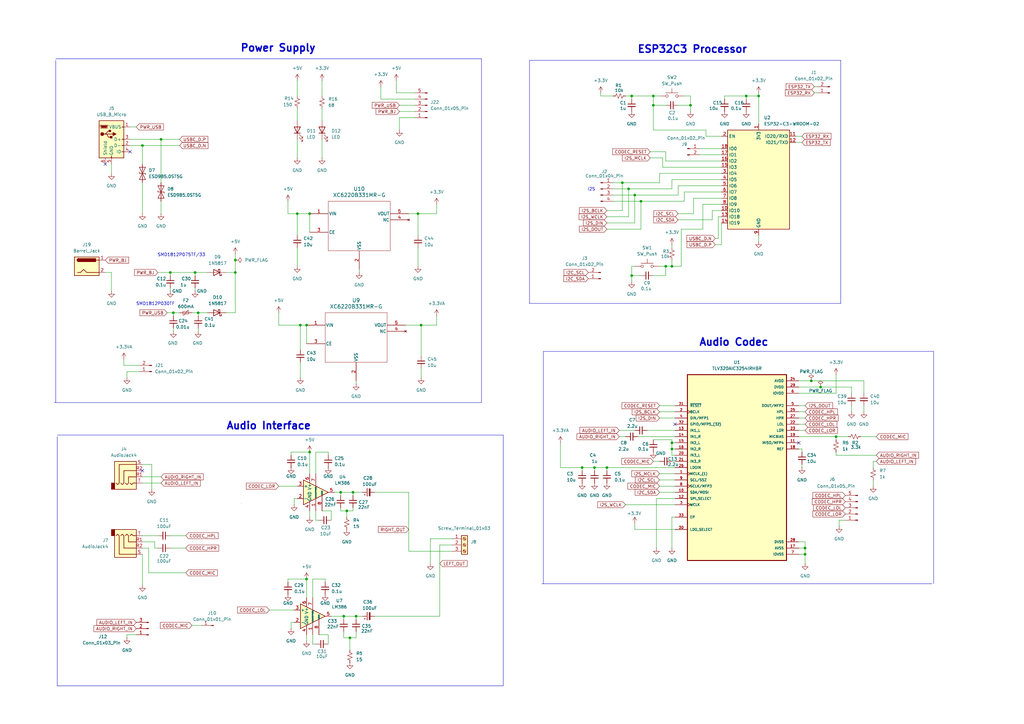
<source format=kicad_sch>
(kicad_sch (version 20231120) (generator "eeschema") (generator_version "8.0")
  (paper "A3")
  (lib_symbols
    (symbol "2024-12-23_05-09-31:XC6220B331MR-G" (pin_names (offset 0.254))
      (property "Reference" "U" (at 20.32 10.16 0))
      (property "Value" "XC6220B331MR-G" (at 20.32 7.62 0))
      (symbol "XC6220B331MR-G_0_1"
        (pin power_in line (at 0 0 0) (length 7.62) (name "VIN") (number "1"))
        (pin no_connect line (at 40.64 -2.54 180) (length 7.62) (name "NC") (number "4"))
      )
      (symbol "XC6220B331MR-G_1_1"
        (pin power_in line (at 20.32 -22.86 90) (length 7.62) (name "VSS") (number "2"))
        (pin input line (at 0 -7.62 0) (length 7.62) (name "CE") (number "3"))
        (pin power_out line (at 40.64 0 180) (length 7.62) (name "VOUT") (number "5"))
      )
    )
    (symbol "Amplifier_Audio:LM386" (pin_names (offset 0.127))
      (property "Reference" "U" (at 1.27 7.62 0))
      (property "Value" "LM386" (at 1.27 5.08 0))
      (symbol "LM386_1_1"
        (pin input line (at 0 -7.62 90) (length 5.08) (name "GAIN") (number "1"))
        (pin input line (at -7.62 -2.54 0) (length 2.54) (name "-") (number "2"))
        (pin input line (at -7.62 2.54 0) (length 2.54) (name "+") (number "3"))
        (pin power_in line (at -2.54 -7.62 90) (length 3.81) (name "GND") (number "4"))
        (pin output line (at 7.62 0 180) (length 2.54) (name "~") (number "5"))
        (pin power_in line (at -2.54 7.62 270) (length 3.81) (name "V+") (number "6"))
        (pin input line (at 0 7.62 270) (length 5.08) (name "BYPASS") (number "7"))
        (pin input line (at 2.54 -7.62 90) (length 6.35) (name "GAIN") (number "8"))
      )
    )
    (symbol "Audio:TLV320AIC3254IRHBR" (pin_names (offset 1.016))
      (property "Reference" "U" (at -20.32 39.1 0))
      (property "Value" "TLV320AIC3254IRHBR" (at -9.398 40.132 0))
      (symbol "TLV320AIC3254IRHBR_0_0"
        (pin input clock (at -25.4 -2.54 0) (length 5.08) (name "MCLK_(1)") (number "1"))
        (pin input line (at -25.4 -10.16 0) (length 5.08) (name "SDA/MOSI") (number "10"))
        (pin output line (at 25.4 10.16 180) (length 5.08) (name "MISO/MFP4") (number "11"))
        (pin input line (at -25.4 -12.7 0) (length 5.08) (name "SPI_SELECT") (number "12"))
        (pin input line (at -25.4 15.24 0) (length 5.08) (name "IN1_L") (number "13"))
        (pin input line (at -25.4 12.7 0) (length 5.08) (name "IN1_R") (number "14"))
        (pin input line (at -25.4 10.16 0) (length 5.08) (name "IN2_L") (number "15"))
        (pin input line (at -25.4 7.62 0) (length 5.08) (name "IN2_R") (number "16"))
        (pin power_in line (at 25.4 -33.02 180) (length 5.08) (name "AVSS") (number "17"))
        (pin output line (at 25.4 7.62 180) (length 5.08) (name "REF") (number "18"))
        (pin output line (at 25.4 12.7 180) (length 5.08) (name "MICBIAS") (number "19"))
        (pin input clock (at -25.4 22.86 0) (length 5.08) (name "BCLK") (number "2"))
        (pin input line (at -25.4 5.08 0) (length 5.08) (name "IN3_L") (number "20"))
        (pin input line (at -25.4 2.54 0) (length 5.08) (name "IN3_R") (number "21"))
        (pin output line (at 25.4 17.78 180) (length 5.08) (name "LOL") (number "22"))
        (pin output line (at 25.4 15.24 180) (length 5.08) (name "LOR") (number "23"))
        (pin power_in line (at 25.4 35.56 180) (length 5.08) (name "AVDD") (number "24"))
        (pin output line (at 25.4 22.86 180) (length 5.08) (name "HPL") (number "25"))
        (pin input line (at -25.4 0 0) (length 5.08) (name "LDOIN") (number "26"))
        (pin output line (at 25.4 20.32 180) (length 5.08) (name "HPR") (number "27"))
        (pin power_in line (at 25.4 -30.48 180) (length 5.08) (name "DVSS") (number "28"))
        (pin power_in line (at 25.4 33.02 180) (length 5.08) (name "DVDD") (number "29"))
        (pin input clock (at -25.4 -15.24 0) (length 5.08) (name "WCLK") (number "3"))
        (pin bidirectional line (at -25.4 -25.4 0) (length 5.08) (name "LDO_SELECT") (number "30"))
        (pin input line (at -25.4 25.4 0) (length 5.08) (name "~{RESET}") (number "31"))
        (pin input line (at -25.4 17.78 0) (length 5.08) (name "GPIO/MFP5_(32)") (number "32"))
        (pin bidirectional line (at -25.4 -20.32 0) (length 5.08) (name "EP") (number "33"))
        (pin input line (at -25.4 20.32 0) (length 5.08) (name "DIN/MFP1") (number "4"))
        (pin output line (at 25.4 25.4 180) (length 5.08) (name "DOUT/MFP2") (number "5"))
        (pin power_in line (at 25.4 -35.56 180) (length 5.08) (name "IOVSS") (number "7"))
        (pin input clock (at -25.4 -7.62 0) (length 5.08) (name "SCLK/MFP3") (number "8"))
        (pin input line (at -25.4 -5.08 0) (length 5.08) (name "SCL/SSZ") (number "9"))
      )
      (symbol "TLV320AIC3254IRHBR_1_0"
        (pin power_in line (at 25.4 30.48 180) (length 5.08) (name "IOVDD") (number "6"))
      )
    )
    (symbol "Connector:Barrel_Jack" (pin_names (offset 1.016))
      (property "Reference" "J" (at 0 5.334 0))
      (property "Value" "Barrel_Jack" (at 0 -5.08 0))
      (symbol "Barrel_Jack_1_1"
        (pin passive line (at 7.62 2.54 180) (length 2.54) (name "~") (number "1"))
        (pin passive line (at 7.62 -2.54 180) (length 2.54) (name "~") (number "2"))
      )
    )
    (symbol "Connector:Conn_01x01_Pin" (pin_names (offset 1.016) hide)
      (property "Reference" "J" (at 0 2.54 0))
      (property "Value" "Conn_01x01_Pin" (at 0 -2.54 0))
      (symbol "Conn_01x01_Pin_1_1"
        (pin passive line (at 5.08 0 180) (length 3.81) (name "Pin_1") (number "1"))
      )
    )
    (symbol "Connector:Conn_01x02_Pin" (pin_names (offset 1.016) hide)
      (property "Reference" "J" (at 0 2.54 0))
      (property "Value" "Conn_01x02_Pin" (at 0 -5.08 0))
      (symbol "Conn_01x02_Pin_1_1"
        (pin passive line (at 5.08 0 180) (length 3.81) (name "Pin_1") (number "1"))
        (pin passive line (at 5.08 -2.54 180) (length 3.81) (name "Pin_2") (number "2"))
      )
    )
    (symbol "Connector:Conn_01x03_Pin" (pin_names (offset 1.016) hide)
      (property "Reference" "J" (at 0 5.08 0))
      (property "Value" "Conn_01x03_Pin" (at 0 -5.08 0))
      (symbol "Conn_01x03_Pin_1_1"
        (pin passive line (at 5.08 2.54 180) (length 3.81) (name "Pin_1") (number "1"))
        (pin passive line (at 5.08 0 180) (length 3.81) (name "Pin_2") (number "2"))
        (pin passive line (at 5.08 -2.54 180) (length 3.81) (name "Pin_3") (number "3"))
      )
    )
    (symbol "Connector:Conn_01x04_Pin" (pin_names (offset 1.016) hide)
      (property "Reference" "J" (at 0 5.08 0))
      (property "Value" "Conn_01x04_Pin" (at 0 -7.62 0))
      (symbol "Conn_01x04_Pin_1_1"
        (pin passive line (at 5.08 2.54 180) (length 3.81) (name "Pin_1") (number "1"))
        (pin passive line (at 5.08 0 180) (length 3.81) (name "Pin_2") (number "2"))
        (pin passive line (at 5.08 -2.54 180) (length 3.81) (name "Pin_3") (number "3"))
        (pin passive line (at 5.08 -5.08 180) (length 3.81) (name "Pin_4") (number "4"))
      )
    )
    (symbol "Connector:Conn_01x05_Pin" (pin_names (offset 1.016) hide)
      (property "Reference" "J" (at 0 7.62 0))
      (property "Value" "Conn_01x05_Pin" (at 0 -7.62 0))
      (symbol "Conn_01x05_Pin_1_1"
        (pin passive line (at 5.08 5.08 180) (length 3.81) (name "Pin_1") (number "1"))
        (pin passive line (at 5.08 2.54 180) (length 3.81) (name "Pin_2") (number "2"))
        (pin passive line (at 5.08 0 180) (length 3.81) (name "Pin_3") (number "3"))
        (pin passive line (at 5.08 -2.54 180) (length 3.81) (name "Pin_4") (number "4"))
        (pin passive line (at 5.08 -5.08 180) (length 3.81) (name "Pin_5") (number "5"))
      )
    )
    (symbol "Connector:Screw_Terminal_01x03" (pin_names (offset 1.016) hide)
      (property "Reference" "J" (at 0 5.08 0))
      (property "Value" "Screw_Terminal_01x03" (at 0 -5.08 0))
      (symbol "Screw_Terminal_01x03_1_1"
        (pin passive line (at -5.08 2.54 0) (length 3.81) (name "Pin_1") (number "1"))
        (pin passive line (at -5.08 0 0) (length 3.81) (name "Pin_2") (number "2"))
        (pin passive line (at -5.08 -2.54 0) (length 3.81) (name "Pin_3") (number "3"))
      )
    )
    (symbol "Connector:USB_B_Micro" (pin_names (offset 1.016))
      (property "Reference" "J" (at -5.08 11.43 0))
      (property "Value" "USB_B_Micro" (at -5.08 8.89 0))
      (symbol "USB_B_Micro_1_1"
        (pin power_out line (at 7.62 5.08 180) (length 2.54) (name "VBUS") (number "1"))
        (pin bidirectional line (at 7.62 -2.54 180) (length 2.54) (name "D-") (number "2"))
        (pin bidirectional line (at 7.62 0 180) (length 2.54) (name "D+") (number "3"))
        (pin passive line (at 7.62 -5.08 180) (length 2.54) (name "ID") (number "4"))
        (pin power_out line (at 0 -10.16 90) (length 2.54) (name "GND") (number "5"))
        (pin passive line (at -2.54 -10.16 90) (length 2.54) (name "Shield") (number "6"))
      )
    )
    (symbol "Connector_Audio:AudioJack4"
      (property "Reference" "J" (at 0 8.89 0))
      (property "Value" "AudioJack4" (at 0 6.35 0))
      (symbol "AudioJack4_1_1"
        (pin passive line (at 5.08 -2.54 180) (length 2.54) (name "~") (number "R1"))
        (pin passive line (at 5.08 0 180) (length 2.54) (name "~") (number "R2"))
        (pin passive line (at 5.08 2.54 180) (length 2.54) (name "~") (number "S"))
        (pin passive line (at 5.08 -5.08 180) (length 2.54) (name "~") (number "T"))
      )
    )
    (symbol "Device:C_Polarized_Small" (pin_numbers hide) (pin_names (offset 0.254) hide)
      (property "Reference" "C" (at 0.254 1.778 0))
      (property "Value" "C_Polarized_Small" (at 0.254 -2.032 0))
      (symbol "C_Polarized_Small_1_1"
        (pin passive line (at 0 2.54 270) (length 1.8542) (name "~") (number "1"))
        (pin passive line (at 0 -2.54 90) (length 1.8542) (name "~") (number "2"))
      )
    )
    (symbol "Device:C_Small" (pin_numbers hide) (pin_names (offset 0.254) hide)
      (property "Reference" "C" (at 0.254 1.778 0))
      (property "Value" "C_Small" (at 0.254 -2.032 0))
      (symbol "C_Small_1_1"
        (pin passive line (at 0 2.54 270) (length 2.032) (name "~") (number "1"))
        (pin passive line (at 0 -2.54 90) (length 2.032) (name "~") (number "2"))
      )
    )
    (symbol "Device:LED" (pin_numbers hide) (pin_names (offset 1.016) hide)
      (property "Reference" "D" (at 0 2.54 0))
      (property "Value" "LED" (at 0 -2.54 0))
      (symbol "LED_1_1"
        (pin passive line (at -3.81 0 0) (length 2.54) (name "K") (number "1"))
        (pin passive line (at 3.81 0 180) (length 2.54) (name "A") (number "2"))
      )
    )
    (symbol "Device:Polyfuse_Small" (pin_numbers hide) (pin_names (offset 0))
      (property "Reference" "F" (at -1.905 0 90))
      (property "Value" "Polyfuse_Small" (at 1.905 0 90))
      (symbol "Polyfuse_Small_1_1"
        (pin passive line (at 0 2.54 270) (length 0.635) (name "~") (number "1"))
        (pin passive line (at 0 -2.54 90) (length 0.635) (name "~") (number "2"))
      )
    )
    (symbol "Device:R_Small_US" (pin_numbers hide) (pin_names (offset 0.254) hide)
      (property "Reference" "R" (at 0.762 0.508 0))
      (property "Value" "R_Small_US" (at 0.762 -1.016 0))
      (symbol "R_Small_US_1_1"
        (pin passive line (at 0 2.54 270) (length 1.016) (name "~") (number "1"))
        (pin passive line (at 0 -2.54 90) (length 1.016) (name "~") (number "2"))
      )
    )
    (symbol "Diode:1N5817" (pin_numbers hide) (pin_names (offset 1.016) hide)
      (property "Reference" "D" (at 0 2.54 0))
      (property "Value" "1N5817" (at 0 -2.54 0))
      (symbol "1N5817_1_1"
        (pin passive line (at -3.81 0 0) (length 2.54) (name "K") (number "1"))
        (pin passive line (at 3.81 0 180) (length 2.54) (name "A") (number "2"))
      )
    )
    (symbol "Diode:ESD9B5.0ST5G" (pin_numbers hide) (pin_names (offset 1.016) hide)
      (property "Reference" "D" (at 0 2.54 0))
      (property "Value" "ESD9B5.0ST5G" (at 0 -2.54 0))
      (symbol "ESD9B5.0ST5G_1_1"
        (pin passive line (at -3.81 0 0) (length 2.54) (name "A1") (number "1"))
        (pin passive line (at 3.81 0 180) (length 2.54) (name "A2") (number "2"))
      )
    )
    (symbol "RF_Module:ESP32-C3-WROOM-02"
      (property "Reference" "U" (at -12.192 21.336 0))
      (property "Value" "ESP32-C3-WROOM-02" (at 12.192 21.336 0))
      (symbol "ESP32-C3-WROOM-02_1_1"
        (pin power_in line (at 0 22.86 270) (length 2.54) (name "3V3") (number "1"))
        (pin bidirectional line (at -15.24 -12.7 0) (length 2.54) (name "IO10") (number "10"))
        (pin bidirectional line (at 15.24 17.78 180) (length 2.54) (name "IO20/RXD") (number "11"))
        (pin bidirectional line (at 15.24 15.24 180) (length 2.54) (name "IO21/TXD") (number "12"))
        (pin bidirectional line (at -15.24 -15.24 0) (length 2.54) (name "IO18") (number "13"))
        (pin bidirectional line (at -15.24 -17.78 0) (length 2.54) (name "IO19") (number "14"))
        (pin bidirectional line (at -15.24 5.08 0) (length 2.54) (name "IO3") (number "15"))
        (pin bidirectional line (at -15.24 7.62 0) (length 2.54) (name "IO2") (number "16"))
        (pin bidirectional line (at -15.24 10.16 0) (length 2.54) (name "IO1") (number "17"))
        (pin bidirectional line (at -15.24 12.7 0) (length 2.54) (name "IO0") (number "18"))
        (pin passive line (at 0 -22.86 90) (length 2.54) hide (name "GND") (number "19"))
        (pin input line (at -15.24 17.78 0) (length 2.54) (name "EN") (number "2"))
        (pin bidirectional line (at -15.24 2.54 0) (length 2.54) (name "IO4") (number "3"))
        (pin bidirectional line (at -15.24 0 0) (length 2.54) (name "IO5") (number "4"))
        (pin bidirectional line (at -15.24 -2.54 0) (length 2.54) (name "IO6") (number "5"))
        (pin bidirectional line (at -15.24 -5.08 0) (length 2.54) (name "IO7") (number "6"))
        (pin bidirectional line (at -15.24 -7.62 0) (length 2.54) (name "IO8") (number "7"))
        (pin bidirectional line (at -15.24 -10.16 0) (length 2.54) (name "IO9") (number "8"))
        (pin power_in line (at 0 -22.86 90) (length 2.54) (name "GND") (number "9"))
      )
    )
    (symbol "Switch:SW_Push" (pin_numbers hide) (pin_names (offset 1.016) hide)
      (property "Reference" "SW" (at 1.27 2.54 0))
      (property "Value" "SW_Push" (at 0 -1.524 0))
      (symbol "SW_Push_0_1"
        (pin passive line (at -5.08 0 0) (length 2.54) (name "1") (number "1"))
        (pin passive line (at 5.08 0 180) (length 2.54) (name "2") (number "2"))
      )
    )
    (symbol "power:+3.3V" (power) (pin_numbers hide) (pin_names (offset 0) hide)
      (property "Value" "+3.3V" (at 0 3.556 0))
      (symbol "+3.3V_1_1"
        (pin power_in line (at 0 0 90) (length 0) (name "~") (number "1"))
      )
    )
    (symbol "power:+5V" (power) (pin_numbers hide) (pin_names (offset 0) hide)
      (property "Value" "+5V" (at 0 3.556 0))
      (symbol "+5V_1_1"
        (pin power_in line (at 0 0 90) (length 0) (name "~") (number "1"))
      )
    )
    (symbol "power:GND" (power) (pin_numbers hide) (pin_names (offset 0) hide)
      (property "Value" "GND" (at 0 -3.81 0))
      (symbol "GND_1_1"
        (pin power_in line (at 0 0 270) (length 0) (name "~") (number "1"))
      )
    )
    (symbol "power:PWR_FLAG" (power) (pin_numbers hide) (pin_names (offset 0) hide)
      (property "Value" "PWR_FLAG" (at 0 3.81 0))
      (symbol "PWR_FLAG_0_0"
        (pin power_out line (at 0 0 90) (length 0) (name "~") (number "1"))
      )
    )
  )
  (junction (at 172.72 133.35))
  (junction (at 127 87.63))
  (junction (at 332.74 156.21))
  (junction (at 342.9 179.07))
  (junction (at 81.28 128.27))
  (junction (at 262.89 82.55))
  (junction (at 127 185.42))
  (junction (at 144.78 201.93))
  (junction (at 140.97 252.73))
  (junction (at 255.27 74.93))
  (junction (at 275.59 109.22))
  (junction (at 275.59 184.15))
  (junction (at 125.73 133.35))
  (junction (at 275.59 181.61))
  (junction (at 260.35 80.01))
  (junction (at 139.7 201.93))
  (junction (at 330.2 224.79))
  (junction (at 71.12 128.27))
  (junction (at 273.05 109.22))
  (junction (at 123.19 133.35))
  (junction (at 125.73 237.49))
  (junction (at 69.85 111.76))
  (junction (at 306.07 39.37))
  (junction (at 121.92 87.63))
  (junction (at 248.92 191.77))
  (junction (at 311.15 39.37))
  (junction (at 96.52 106.68))
  (junction (at 58.42 59.69))
  (junction (at 171.45 87.63))
  (junction (at 80.01 111.76))
  (junction (at 142.24 209.55))
  (junction (at 143.51 261.62))
  (junction (at 283.21 43.18))
  (junction (at 267.97 39.37))
  (junction (at 66.04 57.15))
  (junction (at 238.76 191.77))
  (junction (at 257.81 77.47))
  (junction (at 330.2 227.33))
  (junction (at 243.84 191.77))
  (junction (at 146.05 252.73))
  (junction (at 96.52 111.76))
  (junction (at 259.08 39.37))
  (junction (at 259.08 113.03))
  (junction (at 336.55 158.75))
  (junction (at 267.97 43.18))
  (no_connect (at 58.42 193.04))
  (no_connect (at 276.86 173.99))
  (no_connect (at 53.34 62.23))
  (no_connect (at 327.66 181.61))
  (no_connect (at 43.18 67.31))
  (wire (pts (xy 156.21 35.56) (xy 156.21 40.64)))
  (wire (pts (xy 121.92 87.63) (xy 127 87.63)))
  (wire (pts (xy 270.51 71.12) (xy 270.51 74.93)))
  (wire (pts (xy 256.54 207.01) (xy 276.86 207.01)))
  (wire (pts (xy 330.2 224.79) (xy 330.2 227.33)))
  (wire (pts (xy 267.97 180.34) (xy 275.59 180.34)))
  (wire (pts (xy 251.46 82.55) (xy 262.89 82.55)))
  (wire (pts (xy 132.08 57.15) (xy 132.08 64.77)))
  (wire (pts (xy 273.05 109.22) (xy 275.59 109.22)))
  (wire (pts (xy 248.92 93.98) (xy 262.89 93.98)))
  (wire (pts (xy 129.54 194.31) (xy 129.54 185.42)))
  (wire (pts (xy 278.13 90.17) (xy 292.1 90.17)))
  (wire (pts (xy 139.7 201.93) (xy 144.78 201.93)))
  (wire (pts (xy 288.29 93.98) (xy 279.4 93.98)))
  (wire (pts (xy 259.08 109.22) (xy 259.08 113.03)))
  (wire (pts (xy 53.34 57.15) (xy 66.04 57.15)))
  (wire (pts (xy 248.92 191.77) (xy 276.86 191.77)))
  (polyline (pts (xy 22.225 165.1) (xy 197.485 165.1)))
  (wire (pts (xy 142.24 209.55) (xy 144.78 209.55)))
  (wire (pts (xy 288.29 83.82) (xy 295.91 83.82)))
  (wire (pts (xy 128.27 245.11) (xy 128.27 237.49)))
  (wire (pts (xy 295.91 86.36) (xy 292.1 86.36)))
  (wire (pts (xy 311.15 99.06) (xy 311.15 96.52)))
  (polyline (pts (xy 197.485 165.1) (xy 197.485 24.13)))
  (wire (pts (xy 121.92 109.22) (xy 121.92 101.6)))
  (wire (pts (xy 76.2 234.95) (xy 60.96 234.95)))
  (wire (pts (xy 275.59 106.68) (xy 275.59 109.22)))
  (wire (pts (xy 53.34 52.07) (xy 55.88 52.07)))
  (wire (pts (xy 132.08 44.45) (xy 132.08 49.53)))
  (wire (pts (xy 327.66 222.25) (xy 330.2 222.25)))
  (wire (pts (xy 327.66 227.33) (xy 330.2 227.33)))
  (wire (pts (xy 334.01 38.1) (xy 335.28 38.1)))
  (wire (pts (xy 273.05 109.22) (xy 270.51 109.22)))
  (wire (pts (xy 127 185.42) (xy 127 194.31)))
  (wire (pts (xy 295.91 81.28) (xy 284.48 81.28)))
  (wire (pts (xy 119.38 255.27) (xy 119.38 257.81)))
  (wire (pts (xy 127 209.55) (xy 127 212.09)))
  (wire (pts (xy 129.54 209.55) (xy 129.54 213.36)))
  (wire (pts (xy 328.93 55.88) (xy 326.39 55.88)))
  (polyline (pts (xy 222.25 239.395) (xy 382.27 239.395)))
  (wire (pts (xy 128.27 237.49) (xy 133.35 237.49)))
  (wire (pts (xy 92.71 111.76) (xy 96.52 111.76)))
  (wire (pts (xy 275.59 181.61) (xy 275.59 184.15)))
  (wire (pts (xy 69.85 118.11) (xy 69.85 119.38)))
  (wire (pts (xy 270.51 168.91) (xy 276.86 168.91)))
  (wire (pts (xy 243.84 191.77) (xy 248.92 191.77)))
  (wire (pts (xy 121.92 33.02) (xy 121.92 39.37)))
  (wire (pts (xy 58.42 59.69) (xy 73.66 59.69)))
  (wire (pts (xy 270.51 199.39) (xy 276.86 199.39)))
  (wire (pts (xy 114.3 199.39) (xy 121.92 199.39)))
  (wire (pts (xy 266.7 64.77) (xy 271.78 64.77)))
  (wire (pts (xy 270.51 201.93) (xy 276.86 201.93)))
  (wire (pts (xy 134.62 260.35) (xy 130.81 260.35)))
  (wire (pts (xy 135.89 213.36) (xy 135.89 209.55)))
  (wire (pts (xy 275.59 180.34) (xy 275.59 181.61)))
  (wire (pts (xy 69.85 111.76) (xy 80.01 111.76)))
  (wire (pts (xy 262.89 82.55) (xy 280.67 82.55)))
  (wire (pts (xy 80.01 118.11) (xy 80.01 119.38)))
  (wire (pts (xy 171.45 87.63) (xy 179.07 87.63)))
  (wire (pts (xy 96.52 104.14) (xy 96.52 106.68)))
  (wire (pts (xy 163.83 48.26) (xy 163.83 53.34)))
  (wire (pts (xy 349.25 166.37) (xy 349.25 168.91)))
  (wire (pts (xy 118.11 237.49) (xy 125.73 237.49)))
  (wire (pts (xy 170.18 45.72) (xy 163.83 45.72)))
  (wire (pts (xy 280.67 39.37) (xy 283.21 39.37)))
  (wire (pts (xy 167.64 201.93) (xy 167.64 226.06)))
  (wire (pts (xy 146.05 261.62) (xy 143.51 261.62)))
  (wire (pts (xy 62.23 190.5) (xy 62.23 200.66)))
  (wire (pts (xy 295.91 100.33) (xy 295.91 91.44)))
  (polyline (pts (xy 382.905 239.395) (xy 382.905 144.145)))
  (wire (pts (xy 125.73 133.35) (xy 125.73 140.97)))
  (wire (pts (xy 251.46 74.93) (xy 255.27 74.93)))
  (wire (pts (xy 121.92 57.15) (xy 121.92 64.77)))
  (wire (pts (xy 330.2 171.45) (xy 327.66 171.45)))
  (wire (pts (xy 172.72 133.35) (xy 179.07 133.35)))
  (wire (pts (xy 119.38 185.42) (xy 127 185.42)))
  (wire (pts (xy 69.85 111.76) (xy 69.85 113.03)))
  (wire (pts (xy 166.37 133.35) (xy 172.72 133.35)))
  (wire (pts (xy 132.08 33.02) (xy 132.08 39.37)))
  (wire (pts (xy 275.59 100.33) (xy 275.59 101.6)))
  (wire (pts (xy 257.81 77.47) (xy 257.81 88.9)))
  (wire (pts (xy 276.86 204.47) (xy 269.24 204.47)))
  (wire (pts (xy 118.11 82.55) (xy 118.11 87.63)))
  (wire (pts (xy 330.2 176.53) (xy 327.66 176.53)))
  (polyline (pts (xy 217.17 24.765) (xy 344.805 24.765)))
  (wire (pts (xy 171.45 109.22) (xy 171.45 101.6)))
  (wire (pts (xy 275.59 186.69) (xy 276.86 186.69)))
  (wire (pts (xy 265.43 176.53) (xy 276.86 176.53)))
  (wire (pts (xy 134.62 185.42) (xy 134.62 186.69)))
  (wire (pts (xy 78.74 256.54) (xy 82.55 256.54)))
  (wire (pts (xy 354.33 156.21) (xy 354.33 161.29)))
  (wire (pts (xy 292.1 86.36) (xy 292.1 90.17)))
  (wire (pts (xy 267.97 39.37) (xy 267.97 43.18)))
  (wire (pts (xy 336.55 158.75) (xy 327.66 158.75)))
  (wire (pts (xy 129.54 185.42) (xy 134.62 185.42)))
  (wire (pts (xy 123.19 154.94) (xy 123.19 148.59)))
  (wire (pts (xy 359.41 186.69) (xy 342.9 186.69)))
  (wire (pts (xy 120.65 255.27) (xy 119.38 255.27)))
  (wire (pts (xy 81.28 134.62) (xy 81.28 135.89)))
  (wire (pts (xy 146.05 157.48) (xy 146.05 156.21)))
  (wire (pts (xy 259.08 40.64) (xy 259.08 39.37)))
  (polyline (pts (xy 217.17 24.765) (xy 217.17 123.825)))
  (polyline (pts (xy 217.17 123.825) (xy 217.17 124.46)))
  (wire (pts (xy 275.59 212.09) (xy 276.86 212.09)))
  (wire (pts (xy 283.21 39.37) (xy 283.21 43.18)))
  (wire (pts (xy 147.32 111.76) (xy 147.32 110.49)))
  (wire (pts (xy 280.67 78.74) (xy 295.91 78.74)))
  (wire (pts (xy 276.86 217.17) (xy 260.35 217.17)))
  (wire (pts (xy 229.87 191.77) (xy 238.76 191.77)))
  (wire (pts (xy 133.35 237.49) (xy 133.35 238.76)))
  (wire (pts (xy 342.9 179.07) (xy 347.98 179.07)))
  (wire (pts (xy 293.37 100.33) (xy 295.91 100.33)))
  (polyline (pts (xy 23.495 179.07) (xy 23.495 281.305)))
  (wire (pts (xy 58.42 195.58) (xy 66.04 195.58)))
  (wire (pts (xy 327.66 156.21) (xy 332.74 156.21)))
  (wire (pts (xy 53.34 59.69) (xy 58.42 59.69)))
  (wire (pts (xy 80.01 113.03) (xy 80.01 111.76)))
  (wire (pts (xy 180.34 223.52) (xy 185.42 223.52)))
  (wire (pts (xy 125.73 260.35) (xy 125.73 262.89)))
  (wire (pts (xy 293.37 97.79) (xy 294.64 97.79)))
  (wire (pts (xy 334.01 35.56) (xy 335.28 35.56)))
  (wire (pts (xy 76.2 224.79) (xy 69.85 224.79)))
  (wire (pts (xy 52.07 152.4) (xy 52.07 154.94)))
  (wire (pts (xy 66.04 57.15) (xy 66.04 74.93)))
  (wire (pts (xy 327.66 224.79) (xy 330.2 224.79)))
  (wire (pts (xy 50.8 149.86) (xy 57.15 149.86)))
  (wire (pts (xy 153.67 252.73) (xy 180.34 252.73)))
  (wire (pts (xy 260.35 214.63) (xy 260.35 217.17)))
  (wire (pts (xy 110.49 250.19) (xy 120.65 250.19)))
  (wire (pts (xy 144.78 201.93) (xy 148.59 201.93)))
  (wire (pts (xy 273.05 113.03) (xy 267.97 113.03)))
  (wire (pts (xy 260.35 80.01) (xy 278.13 80.01)))
  (wire (pts (xy 153.67 201.93) (xy 167.64 201.93)))
  (wire (pts (xy 243.84 191.77) (xy 243.84 193.04)))
  (wire (pts (xy 140.97 252.73) (xy 140.97 254)))
  (wire (pts (xy 311.15 38.1) (xy 311.15 39.37)))
  (wire (pts (xy 287.02 60.96) (xy 295.91 60.96)))
  (wire (pts (xy 68.58 128.27) (xy 71.12 128.27)))
  (wire (pts (xy 43.18 111.76) (xy 45.72 111.76)))
  (wire (pts (xy 270.51 71.12) (xy 295.91 71.12)))
  (wire (pts (xy 180.34 223.52) (xy 180.34 252.73)))
  (wire (pts (xy 289.56 53.34) (xy 289.56 55.88)))
  (wire (pts (xy 267.97 189.23) (xy 270.51 189.23)))
  (wire (pts (xy 179.07 129.54) (xy 179.07 133.35)))
  (wire (pts (xy 275.59 212.09) (xy 275.59 224.79)))
  (wire (pts (xy 118.11 237.49) (xy 118.11 238.76)))
  (wire (pts (xy 45.72 67.31) (xy 45.72 71.12)))
  (wire (pts (xy 332.74 156.21) (xy 354.33 156.21)))
  (wire (pts (xy 55.88 260.35) (xy 52.07 260.35)))
  (wire (pts (xy 311.15 39.37) (xy 311.15 50.8)))
  (wire (pts (xy 125.73 237.49) (xy 125.73 245.11)))
  (wire (pts (xy 167.64 87.63) (xy 171.45 87.63)))
  (wire (pts (xy 270.51 171.45) (xy 276.86 171.45)))
  (wire (pts (xy 140.97 261.62) (xy 140.97 259.08)))
  (wire (pts (xy 266.7 62.23) (xy 273.05 62.23)))
  (wire (pts (xy 260.35 109.22) (xy 259.08 109.22)))
  (wire (pts (xy 81.28 128.27) (xy 81.28 129.54)))
  (wire (pts (xy 280.67 82.55) (xy 280.67 78.74)))
  (wire (pts (xy 246.38 38.1) (xy 246.38 39.37)))
  (wire (pts (xy 229.87 181.61) (xy 229.87 191.77)))
  (wire (pts (xy 284.48 81.28) (xy 284.48 87.63)))
  (wire (pts (xy 259.08 113.03) (xy 259.08 115.57)))
  (wire (pts (xy 121.92 204.47) (xy 120.65 204.47)))
  (wire (pts (xy 66.04 57.15) (xy 73.66 57.15)))
  (wire (pts (xy 120.65 204.47) (xy 120.65 207.01)))
  (wire (pts (xy 330.2 168.91) (xy 327.66 168.91)))
  (wire (pts (xy 275.59 73.66) (xy 295.91 73.66)))
  (wire (pts (xy 146.05 259.08) (xy 146.05 261.62)))
  (wire (pts (xy 142.24 209.55) (xy 139.7 209.55)))
  (wire (pts (xy 134.62 264.16) (xy 134.62 260.35)))
  (wire (pts (xy 267.97 53.34) (xy 289.56 53.34)))
  (wire (pts (xy 353.06 179.07) (xy 359.41 179.07)))
  (wire (pts (xy 121.92 87.63) (xy 121.92 96.52)))
  (wire (pts (xy 349.25 158.75) (xy 336.55 158.75)))
  (wire (pts (xy 64.77 111.76) (xy 69.85 111.76)))
  (wire (pts (xy 128.27 264.16) (xy 129.54 264.16)))
  (wire (pts (xy 270.51 194.31) (xy 276.86 194.31)))
  (wire (pts (xy 342.9 153.67) (xy 342.9 161.29)))
  (wire (pts (xy 275.59 109.22) (xy 279.4 109.22)))
  (wire (pts (xy 96.52 106.68) (xy 96.52 111.76)))
  (wire (pts (xy 294.64 97.79) (xy 294.64 88.9)))
  (wire (pts (xy 267.97 43.18) (xy 273.05 43.18)))
  (wire (pts (xy 167.64 226.06) (xy 185.42 226.06)))
  (polyline (pts (xy 99.06 206.375) (xy 99.06 206.375)))
  (wire (pts (xy 139.7 201.93) (xy 139.7 203.2)))
  (wire (pts (xy 276.86 181.61) (xy 275.59 181.61)))
  (wire (pts (xy 162.56 38.1) (xy 170.18 38.1)))
  (wire (pts (xy 172.72 154.94) (xy 172.72 151.13)))
  (polyline (pts (xy 22.86 24.765) (xy 22.86 165.1)))
  (wire (pts (xy 118.11 87.63) (xy 121.92 87.63)))
  (wire (pts (xy 58.42 74.93) (xy 58.42 87.63)))
  (wire (pts (xy 255.27 74.93) (xy 270.51 74.93)))
  (wire (pts (xy 238.76 191.77) (xy 243.84 191.77)))
  (wire (pts (xy 238.76 193.04) (xy 238.76 191.77)))
  (wire (pts (xy 273.05 66.04) (xy 295.91 66.04)))
  (wire (pts (xy 254 179.07) (xy 256.54 179.07)))
  (wire (pts (xy 330.2 166.37) (xy 327.66 166.37)))
  (wire (pts (xy 146.05 252.73) (xy 146.05 254)))
  (wire (pts (xy 146.05 252.73) (xy 148.59 252.73)))
  (wire (pts (xy 121.92 44.45) (xy 121.92 49.53)))
  (wire (pts (xy 354.33 166.37) (xy 354.33 168.91)))
  (wire (pts (xy 71.12 129.54) (xy 71.12 128.27)))
  (wire (pts (xy 170.18 48.26) (xy 163.83 48.26)))
  (wire (pts (xy 129.54 213.36) (xy 130.81 213.36)))
  (wire (pts (xy 330.2 222.25) (xy 330.2 224.79)))
  (wire (pts (xy 327.66 161.29) (xy 342.9 161.29)))
  (wire (pts (xy 127 87.63) (xy 127 95.25)))
  (wire (pts (xy 135.89 252.73) (xy 140.97 252.73)))
  (wire (pts (xy 246.38 39.37) (xy 251.46 39.37)))
  (wire (pts (xy 273.05 113.03) (xy 273.05 109.22)))
  (wire (pts (xy 96.52 111.76) (xy 96.52 128.27)))
  (wire (pts (xy 179.07 83.82) (xy 179.07 87.63)))
  (wire (pts (xy 144.78 209.55) (xy 144.78 208.28)))
  (wire (pts (xy 359.41 189.23) (xy 358.14 189.23)))
  (wire (pts (xy 262.89 113.03) (xy 259.08 113.03)))
  (wire (pts (xy 143.51 261.62) (xy 143.51 266.7)))
  (wire (pts (xy 71.12 134.62) (xy 71.12 135.89)))
  (polyline (pts (xy 22.86 24.13) (xy 197.485 24.13)))
  (wire (pts (xy 267.97 43.18) (xy 267.97 53.34)))
  (wire (pts (xy 327.66 184.15) (xy 328.93 184.15)))
  (wire (pts (xy 328.93 58.42) (xy 326.39 58.42)))
  (wire (pts (xy 273.05 62.23) (xy 273.05 66.04)))
  (polyline (pts (xy 344.805 124.46) (xy 344.805 24.765)))
  (wire (pts (xy 358.14 189.23) (xy 358.14 191.77)))
  (wire (pts (xy 140.97 252.73) (xy 146.05 252.73)))
  (wire (pts (xy 58.42 227.33) (xy 58.42 240.03)))
  (wire (pts (xy 58.42 198.12) (xy 66.04 198.12)))
  (wire (pts (xy 259.08 39.37) (xy 267.97 39.37)))
  (wire (pts (xy 52.07 260.35) (xy 52.07 261.62)))
  (wire (pts (xy 275.59 184.15) (xy 276.86 184.15)))
  (wire (pts (xy 257.81 77.47) (xy 275.59 77.47)))
  (wire (pts (xy 251.46 77.47) (xy 257.81 77.47)))
  (wire (pts (xy 328.93 184.15) (xy 328.93 185.42)))
  (wire (pts (xy 62.23 190.5) (xy 58.42 190.5)))
  (wire (pts (xy 60.96 224.79) (xy 60.96 234.95)))
  (wire (pts (xy 289.56 55.88) (xy 295.91 55.88)))
  (wire (pts (xy 163.83 43.18) (xy 170.18 43.18)))
  (wire (pts (xy 270.51 166.37) (xy 276.86 166.37)))
  (polyline (pts (xy 206.375 281.305) (xy 206.375 178.435)))
  (wire (pts (xy 81.28 128.27) (xy 85.09 128.27)))
  (wire (pts (xy 57.15 152.4) (xy 52.07 152.4)))
  (wire (pts (xy 283.21 43.18) (xy 283.21 45.72)))
  (wire (pts (xy 248.92 86.36) (xy 255.27 86.36)))
  (wire (pts (xy 128.27 260.35) (xy 128.27 264.16)))
  (wire (pts (xy 327.66 179.07) (xy 342.9 179.07)))
  (wire (pts (xy 76.2 219.71) (xy 69.85 219.71)))
  (wire (pts (xy 58.42 59.69) (xy 58.42 67.31)))
  (wire (pts (xy 330.2 227.33) (xy 330.2 231.14)))
  (wire (pts (xy 297.18 39.37) (xy 297.18 40.64)))
  (polyline (pts (xy 23.495 281.305) (xy 206.375 281.305)))
  (wire (pts (xy 261.62 179.07) (xy 276.86 179.07)))
  (wire (pts (xy 78.74 128.27) (xy 81.28 128.27)))
  (wire (pts (xy 135.89 209.55) (xy 132.08 209.55)))
  (wire (pts (xy 342.9 185.42) (xy 342.9 186.69)))
  (wire (pts (xy 92.71 128.27) (xy 96.52 128.27)))
  (wire (pts (xy 271.78 64.77) (xy 271.78 68.58)))
  (wire (pts (xy 45.72 111.76) (xy 45.72 119.38)))
  (wire (pts (xy 306.07 39.37) (xy 297.18 39.37)))
  (wire (pts (xy 278.13 80.01) (xy 278.13 76.2)))
  (polyline (pts (xy 217.17 124.46) (xy 344.805 124.46)))
  (wire (pts (xy 176.53 220.98) (xy 176.53 231.14)))
  (wire (pts (xy 287.02 63.5) (xy 295.91 63.5)))
  (wire (pts (xy 256.54 39.37) (xy 259.08 39.37)))
  (wire (pts (xy 344.17 213.36) (xy 344.17 215.9)))
  (wire (pts (xy 248.92 88.9) (xy 257.81 88.9)))
  (wire (pts (xy 80.01 111.76) (xy 85.09 111.76)))
  (wire (pts (xy 162.56 33.02) (xy 162.56 38.1)))
  (wire (pts (xy 64.77 224.79) (xy 63.5 224.79)))
  (wire (pts (xy 171.45 87.63) (xy 171.45 96.52)))
  (wire (pts (xy 278.13 87.63) (xy 284.48 87.63)))
  (wire (pts (xy 269.24 204.47) (xy 269.24 224.79)))
  (wire (pts (xy 254 176.53) (xy 260.35 176.53)))
  (polyline (pts (xy 222.885 144.145) (xy 222.885 239.395)))
  (wire (pts (xy 64.77 219.71) (xy 58.42 219.71)))
  (wire (pts (xy 50.8 147.32) (xy 50.8 149.86)))
  (wire (pts (xy 123.19 133.35) (xy 125.73 133.35)))
  (wire (pts (xy 260.35 80.01) (xy 260.35 91.44)))
  (wire (pts (xy 306.07 39.37) (xy 306.07 40.64)))
  (wire (pts (xy 114.3 133.35) (xy 123.19 133.35)))
  (wire (pts (xy 330.2 173.99) (xy 327.66 173.99)))
  (wire (pts (xy 123.19 133.35) (xy 123.19 143.51)))
  (wire (pts (xy 349.25 161.29) (xy 349.25 158.75)))
  (wire (pts (xy 137.16 201.93) (xy 139.7 201.93)))
  (wire (pts (xy 294.64 88.9) (xy 295.91 88.9)))
  (wire (pts (xy 342.9 180.34) (xy 342.9 179.07)))
  (wire (pts (xy 119.38 186.69) (xy 119.38 185.42)))
  (wire (pts (xy 248.92 91.44) (xy 260.35 91.44)))
  (polyline (pts (xy 222.885 144.145) (xy 382.905 144.145)))
  (wire (pts (xy 176.53 220.98) (xy 185.42 220.98)))
  (wire (pts (xy 248.92 191.77) (xy 248.92 193.04)))
  (wire (pts (xy 71.12 128.27) (xy 73.66 128.27)))
  (wire (pts (xy 255.27 74.93) (xy 255.27 86.36)))
  (wire (pts (xy 328.93 190.5) (xy 328.93 191.77)))
  (wire (pts (xy 114.3 128.27) (xy 114.3 133.35)))
  (wire (pts (xy 142.24 209.55) (xy 142.24 212.09)))
  (wire (pts (xy 262.89 82.55) (xy 262.89 93.98)))
  (wire (pts (xy 288.29 93.98) (xy 288.29 83.82)))
  (wire (pts (xy 156.21 40.64) (xy 170.18 40.64)))
  (wire (pts (xy 251.46 80.01) (xy 260.35 80.01)))
  (wire (pts (xy 278.13 76.2) (xy 295.91 76.2)))
  (wire (pts (xy 346.71 213.36) (xy 344.17 213.36)))
  (wire (pts (xy 278.13 43.18) (xy 283.21 43.18)))
  (wire (pts (xy 271.78 68.58) (xy 295.91 68.58)))
  (wire (pts (xy 66.04 82.55) (xy 66.04 87.63)))
  (wire (pts (xy 58.42 224.79) (xy 60.96 224.79)))
  (wire (pts (xy 275.59 184.15) (xy 275.59 186.69)))
  (wire (pts (xy 63.5 224.79) (xy 63.5 222.25)))
  (wire (pts (xy 358.14 196.85) (xy 358.14 199.39)))
  (wire (pts (xy 63.5 222.25) (xy 58.42 222.25)))
  (wire (pts (xy 275.59 77.47) (xy 275.59 73.66)))
  (wire (pts (xy 275.59 189.23) (xy 276.86 189.23)))
  (wire (pts (xy 311.15 39.37) (xy 306.07 39.37)))
  (wire (pts (xy 172.72 133.35) (xy 172.72 146.05)))
  (wire (pts (xy 279.4 93.98) (xy 279.4 109.22)))
  (wire (pts (xy 139.7 209.55) (xy 139.7 208.28)))
  (wire (pts (xy 140.97 261.62) (xy 143.51 261.62)))
  (wire (pts (xy 270.51 196.85) (xy 276.86 196.85)))
  (wire (pts (xy 270.51 39.37) (xy 267.97 39.37)))
  (polyline (pts (xy 23.495 178.435) (xy 206.375 178.435)))
  (wire (pts (xy 144.78 201.93) (xy 144.78 203.2)))
  (text "ESP32C3 Processor" (at 283.972 20.32 0) (effects (font (size 3 3) (thickness 0.6) (bold yes))))
  (text "Audio Interface" (at 110.236 174.752 0) (effects (font (size 3 3) (thickness 0.6) (bold yes))))
  (text "I2S" (at 242.57 77.724 0) (effects (font (size 1.27 1.27))))
  (text "SMD1812P075TF/33" (at 74.422 104.648 0) (effects (font (size 1.27 1.27))))
  (text "Power Supply\n" (at 114.046 19.812 0) (effects (font (size 3 3) (thickness 0.6) (bold yes))))
  (text "SMD1812P030TF" (at 63.754 124.714 0) (effects (font (size 1.27 1.27))))
  (text "Audio Codec" (at 300.99 140.462 0) (effects (font (size 3 3) (thickness 0.6) (bold yes))))
  (global_label "CODEC_RESET" (shape input) (at 270.51 166.37 180) (property "Intersheetrefs" "${INTERSHEET_REFS}" (effects (hide yes))))
  (global_label "AUDIO_RIGHT_IN" (shape input) (at 359.41 186.69 0) (property "Intersheetrefs" "${INTERSHEET_REFS}" (effects (hide yes))))
  (global_label "I2C_SCL" (shape input) (at 278.13 87.63 180) (property "Intersheetrefs" "${INTERSHEET_REFS}" (effects (hide yes))))
  (global_label "USBC_D.N" (shape input) (at 73.66 59.69 0) (property "Intersheetrefs" "${INTERSHEET_REFS}" (effects (hide yes))))
  (global_label "PWR_USB" (shape input) (at 55.88 52.07 0) (property "Intersheetrefs" "${INTERSHEET_REFS}" (effects (hide yes))))
  (global_label "I2C_SCL" (shape input) (at 270.51 196.85 180) (property "Intersheetrefs" "${INTERSHEET_REFS}" (effects (hide yes))))
  (global_label "ESP32_RX" (shape input) (at 334.01 38.1 180) (property "Intersheetrefs" "${INTERSHEET_REFS}" (effects (hide yes))))
  (global_label "CODEC_LOR" (shape input) (at 114.3 199.39 180) (property "Intersheetrefs" "${INTERSHEET_REFS}" (effects (hide yes))))
  (global_label "PWR_BJ" (shape input) (at 163.83 45.72 180) (property "Intersheetrefs" "${INTERSHEET_REFS}" (effects (hide yes))))
  (global_label "I2S_DOUT" (shape input) (at 248.92 93.98 180) (property "Intersheetrefs" "${INTERSHEET_REFS}" (effects (hide yes))))
  (global_label "USBC_D.P" (shape input) (at 293.37 100.33 180) (property "Intersheetrefs" "${INTERSHEET_REFS}" (effects (hide yes))))
  (global_label "CODEC_MIC" (shape input) (at 267.97 189.23 180) (property "Intersheetrefs" "${INTERSHEET_REFS}" (effects (hide yes))))
  (global_label "I2S_WCLK" (shape input) (at 248.92 88.9 180) (property "Intersheetrefs" "${INTERSHEET_REFS}" (effects (hide yes))))
  (global_label "CODEC_RESET" (shape input) (at 266.7 62.23 180) (property "Intersheetrefs" "${INTERSHEET_REFS}" (effects (hide yes))))
  (global_label "I2S_BCLK" (shape input) (at 248.92 86.36 180) (property "Intersheetrefs" "${INTERSHEET_REFS}" (effects (hide yes))))
  (global_label "AUDIO_RIGHT_IN" (shape input) (at 55.88 257.81 180) (property "Intersheetrefs" "${INTERSHEET_REFS}" (effects (hide yes))))
  (global_label "CODEC_HPR" (shape input) (at 76.2 224.79 0) (property "Intersheetrefs" "${INTERSHEET_REFS}" (effects (hide yes))))
  (global_label "I2S_DIN" (shape input) (at 248.92 91.44 180) (property "Intersheetrefs" "${INTERSHEET_REFS}" (effects (hide yes))))
  (global_label "AUDIO_LEFT_IN" (shape input) (at 66.04 198.12 0) (property "Intersheetrefs" "${INTERSHEET_REFS}" (effects (hide yes))))
  (global_label "CODEC_LOL" (shape input) (at 330.2 173.99 0) (property "Intersheetrefs" "${INTERSHEET_REFS}" (effects (hide yes))))
  (global_label "AUDIO_LEFT_IN" (shape input) (at 55.88 255.27 180) (property "Intersheetrefs" "${INTERSHEET_REFS}" (effects (hide yes))))
  (global_label "CODEC_HPL" (shape input) (at 330.2 168.91 0) (property "Intersheetrefs" "${INTERSHEET_REFS}" (effects (hide yes))))
  (global_label "LEFT_OUT" (shape input) (at 180.34 231.14 0) (property "Intersheetrefs" "${INTERSHEET_REFS}" (effects (hide yes))))
  (global_label "CODEC_LOR" (shape input) (at 330.2 176.53 0) (property "Intersheetrefs" "${INTERSHEET_REFS}" (effects (hide yes))))
  (global_label "AUDIO_RIGHT_IN" (shape input) (at 66.04 195.58 0) (property "Intersheetrefs" "${INTERSHEET_REFS}" (effects (hide yes))))
  (global_label "I2C_SCL" (shape input) (at 241.3 111.76 180) (property "Intersheetrefs" "${INTERSHEET_REFS}" (effects (hide yes))))
  (global_label "I2S_MCLK" (shape input) (at 266.7 64.77 180) (property "Intersheetrefs" "${INTERSHEET_REFS}" (effects (hide yes))))
  (global_label "I2C_SDA" (shape input) (at 278.13 90.17 180) (property "Intersheetrefs" "${INTERSHEET_REFS}" (effects (hide yes))))
  (global_label "CODEC_HPL" (shape input) (at 76.2 219.71 0) (property "Intersheetrefs" "${INTERSHEET_REFS}" (effects (hide yes))))
  (global_label "AUDIO_LEFT_IN" (shape input) (at 359.41 189.23 0) (property "Intersheetrefs" "${INTERSHEET_REFS}" (effects (hide yes))))
  (global_label "PWR_USB" (shape input) (at 68.58 128.27 180) (property "Intersheetrefs" "${INTERSHEET_REFS}" (effects (hide yes))))
  (global_label "AUDIO_RIGHT_IN" (shape input) (at 254 179.07 180) (property "Intersheetrefs" "${INTERSHEET_REFS}" (effects (hide yes))))
  (global_label "CODEC_LOR" (shape input) (at 346.71 210.82 180) (property "Intersheetrefs" "${INTERSHEET_REFS}" (effects (hide yes))))
  (global_label "I2S_BCLK" (shape input) (at 270.51 168.91 180) (property "Intersheetrefs" "${INTERSHEET_REFS}" (effects (hide yes))))
  (global_label "CODEC_MIC" (shape input) (at 78.74 256.54 180) (property "Intersheetrefs" "${INTERSHEET_REFS}" (effects (hide yes))))
  (global_label "I2C_SDA" (shape input) (at 270.51 201.93 180) (property "Intersheetrefs" "${INTERSHEET_REFS}" (effects (hide yes))))
  (global_label "I2S_WCLK" (shape input) (at 256.54 207.01 180) (property "Intersheetrefs" "${INTERSHEET_REFS}" (effects (hide yes))))
  (global_label "PWR_BJ" (shape input) (at 43.18 106.68 0) (property "Intersheetrefs" "${INTERSHEET_REFS}" (effects (hide yes))))
  (global_label "CODEC_LOL" (shape input) (at 346.71 208.28 180) (property "Intersheetrefs" "${INTERSHEET_REFS}" (effects (hide yes))))
  (global_label "I2S_DOUT" (shape input) (at 330.2 166.37 0) (property "Intersheetrefs" "${INTERSHEET_REFS}" (effects (hide yes))))
  (global_label "PWR_BJ" (shape input) (at 64.77 111.76 180) (property "Intersheetrefs" "${INTERSHEET_REFS}" (effects (hide yes))))
  (global_label "PWR_USB" (shape input) (at 163.83 43.18 180) (property "Intersheetrefs" "${INTERSHEET_REFS}" (effects (hide yes))))
  (global_label "CODEC_HPR" (shape input) (at 346.71 205.74 180) (property "Intersheetrefs" "${INTERSHEET_REFS}" (effects (hide yes))))
  (global_label "USBC_D.N" (shape input) (at 293.37 97.79 180) (property "Intersheetrefs" "${INTERSHEET_REFS}" (effects (hide yes))))
  (global_label "CODEC_MIC" (shape input) (at 359.41 179.07 0) (property "Intersheetrefs" "${INTERSHEET_REFS}" (effects (hide yes))))
  (global_label "ESP32_TX" (shape input) (at 328.93 58.42 0) (property "Intersheetrefs" "${INTERSHEET_REFS}" (effects (hide yes))))
  (global_label "I2S_DIN" (shape input) (at 270.51 171.45 180) (property "Intersheetrefs" "${INTERSHEET_REFS}" (effects (hide yes))))
  (global_label "RIGHT_OUT" (shape input) (at 167.64 217.17 180) (property "Intersheetrefs" "${INTERSHEET_REFS}" (effects (hide yes))))
  (global_label "CODEC_HPL" (shape input) (at 346.71 203.2 180) (property "Intersheetrefs" "${INTERSHEET_REFS}" (effects (hide yes))))
  (global_label "I2S_MCLK" (shape input) (at 270.51 194.31 180) (property "Intersheetrefs" "${INTERSHEET_REFS}" (effects (hide yes))))
  (global_label "CODEC_HPR" (shape input) (at 330.2 171.45 0) (property "Intersheetrefs" "${INTERSHEET_REFS}" (effects (hide yes))))
  (global_label "ESP32_TX" (shape input) (at 334.01 35.56 180) (property "Intersheetrefs" "${INTERSHEET_REFS}" (effects (hide yes))))
  (global_label "USBC_D.P" (shape input) (at 73.66 57.15 0) (property "Intersheetrefs" "${INTERSHEET_REFS}" (effects (hide yes))))
  (global_label "I2C_SDA" (shape input) (at 241.3 114.3 180) (property "Intersheetrefs" "${INTERSHEET_REFS}" (effects (hide yes))))
  (global_label "CODEC_MIC" (shape input) (at 270.51 199.39 180) (property "Intersheetrefs" "${INTERSHEET_REFS}" (effects (hide yes))))
  (global_label "CODEC_MIC" (shape input) (at 76.2 234.95 0) (property "Intersheetrefs" "${INTERSHEET_REFS}" (effects (hide yes))))
  (global_label "AUDIO_LEFT_IN" (shape input) (at 254 176.53 180) (property "Intersheetrefs" "${INTERSHEET_REFS}" (effects (hide yes))))
  (global_label "ESP32_RX" (shape input) (at 328.93 55.88 0) (property "Intersheetrefs" "${INTERSHEET_REFS}" (effects (hide yes))))
  (global_label "CODEC_LOL" (shape input) (at 110.49 250.19 180) (property "Intersheetrefs" "${INTERSHEET_REFS}" (effects (hide yes))))
  (symbol (lib_id "Device:C_Small") (at 306.07 43.18 0) (unit 1)
    (property "Reference" "C16" (at 301.244 42.164 0) (effects (justify left)))
    (property "Value" "0.1u" (at 299.72 44.45 0) (effects (justify left)))
    (property "Footprint" "Capacitor_SMD:C_0402_1005Metric" (effects (hide yes)))
    (property "Description" "Unpolarized capacitor, small symbol" (effects (hide yes)))
  )
  (symbol (lib_id "Device:R_Small_US") (at 121.92 41.91 0) (unit 1)
    (property "Reference" "R14" (at 116.586 40.386 0) (effects (justify left)))
    (property "Value" "150" (at 116.078 42.926 0) (effects (justify left)))
    (property "Footprint" "Resistor_SMD:R_0603_1608Metric" (effects (hide yes)))
    (property "Description" "Resistor, small US symbol" (effects (hide yes)))
  )
  (symbol (lib_id "power:GND") (at 146.05 157.48 0) (unit 1)
    (property "Reference" "#PWR061" (effects (hide yes)))
    (property "Value" "GND" (at 146.05 162.56 0))
    (property "Description" "Power symbol creates a global label with name \"GND\" , ground" (effects (hide yes)))
  )
  (symbol (lib_id "power:GND") (at 45.72 71.12 0) (unit 1)
    (property "Reference" "#PWR039" (effects (hide yes)))
    (property "Value" "GND" (at 45.72 76.2 0))
    (property "Description" "Power symbol creates a global label with name \"GND\" , ground" (effects (hide yes)))
  )
  (symbol (lib_id "Connector:Conn_01x01_Pin") (at 87.63 256.54 180) (unit 1)
    (property "Reference" "J10" (at 86.995 251.46 0))
    (property "Value" "Conn_01x01_Pin" (at 86.995 254 0))
    (property "Footprint" "Connector_PinHeader_2.54mm:PinHeader_1x01_P2.54mm_Vertical" (effects (hide yes)))
    (property "Description" "Generic connector, single row, 01x01, script generated" (effects (hide yes)))
  )
  (symbol (lib_id "Device:C_Small") (at 69.85 115.57 0) (unit 1)
    (property "Reference" "C12" (at 64.262 114.3 0) (effects (justify left)))
    (property "Value" "0.1u" (at 63.754 116.84 0) (effects (justify left)))
    (property "Footprint" "Capacitor_SMD:C_0603_1608Metric" (effects (hide yes)))
    (property "Description" "Unpolarized capacitor, small symbol" (effects (hide yes)))
  )
  (symbol (lib_id "power:+5V") (at 127 185.42 0) (unit 1)
    (property "Reference" "#PWR012" (effects (hide yes)))
    (property "Value" "+5V" (at 127 180.34 0))
    (property "Description" "Power symbol creates a global label with name \"+5V\"" (effects (hide yes)))
  )
  (symbol (lib_id "Device:C_Small") (at 121.92 99.06 0) (unit 1)
    (property "Reference" "C42" (at 124.46 97.7962 0) (effects (justify left)))
    (property "Value" "10u" (at 124.46 100.3362 0) (effects (justify left)))
    (property "Footprint" "Capacitor_SMD:C_0603_1608Metric" (effects (hide yes)))
    (property "Description" "Unpolarized capacitor, small symbol" (effects (hide yes)))
  )
  (symbol (lib_id "power:GND") (at 243.84 198.12 0) (unit 1)
    (property "Reference" "#PWR080" (effects (hide yes)))
    (property "Value" "GND" (at 243.84 203.2 0))
    (property "Description" "Power symbol creates a global label with name \"GND\" , ground" (effects (hide yes)))
  )
  (symbol (lib_id "power:GND") (at 275.59 224.79 0) (unit 1)
    (property "Reference" "#PWR085" (effects (hide yes)))
    (property "Value" "GND" (at 275.59 229.87 0))
    (property "Description" "Power symbol creates a global label with name \"GND\" , ground" (effects (hide yes)))
  )
  (symbol (lib_id "Device:R_Small_US") (at 342.9 182.88 0) (unit 1)
    (property "Reference" "R6" (at 345.44 181.6099 0) (effects (justify left)))
    (property "Value" "1k" (at 345.44 184.1499 0) (effects (justify left)))
    (property "Footprint" "Resistor_SMD:R_0402_1005Metric" (effects (hide yes)))
    (property "Description" "Resistor, small US symbol" (effects (hide yes)))
  )
  (symbol (lib_id "Device:C_Small") (at 354.33 163.83 0) (unit 1)
    (property "Reference" "C40" (at 356.87 162.5662 0) (effects (justify left)))
    (property "Value" "10u" (at 356.87 165.1062 0) (effects (justify left)))
    (property "Footprint" "Capacitor_SMD:C_0402_1005Metric" (effects (hide yes)))
    (property "Description" "Unpolarized capacitor, small symbol" (effects (hide yes)))
  )
  (symbol (lib_id "Connector_Audio:AudioJack4") (at 53.34 224.79 0) (mirror x) (unit 1)
    (property "Reference" "J7" (at 44.45 221.6149 0) (effects (justify right)))
    (property "Value" "AudioJack4" (at 44.45 224.1549 0) (effects (justify right)))
    (property "Footprint" "Connector_Audio:Jack_3.5mm_PJ320D_Horizontal" (effects (hide yes)))
    (property "Description" "Audio Jack, 4 Poles (TRRS)" (effects (hide yes)))
  )
  (symbol (lib_id "power:GND") (at 58.42 87.63 0) (unit 1)
    (property "Reference" "#PWR046" (effects (hide yes)))
    (property "Value" "GND" (at 58.42 92.71 0))
    (property "Description" "Power symbol creates a global label with name \"GND\" , ground" (effects (hide yes)))
  )
  (symbol (lib_id "power:GND") (at 147.32 111.76 0) (unit 1)
    (property "Reference" "#PWR062" (effects (hide yes)))
    (property "Value" "GND" (at 147.32 116.84 0))
    (property "Description" "Power symbol creates a global label with name \"GND\" , ground" (effects (hide yes)))
  )
  (symbol (lib_id "power:GND") (at 120.65 207.01 0) (unit 1)
    (property "Reference" "#PWR08" (effects (hide yes)))
    (property "Value" "GND" (at 120.65 212.09 0))
    (property "Description" "Power symbol creates a global label with name \"GND\" , ground" (effects (hide yes)))
  )
  (symbol (lib_id "Connector:Conn_01x02_Pin") (at 246.38 114.3 180) (unit 1)
    (property "Reference" "J3" (at 239.776 105.918 0))
    (property "Value" "Conn_01x02_Pin" (at 239.776 108.458 0))
    (property "Footprint" "Connector_PinHeader_2.54mm:PinHeader_1x02_P2.54mm_Vertical" (effects (hide yes)))
    (property "Description" "Generic connector, single row, 01x02, script generated" (effects (hide yes)))
  )
  (symbol (lib_id "Diode:ESD9B5.0ST5G") (at 58.42 71.12 90) (unit 1)
    (property "Reference" "D7" (at 60.96 69.8499 90) (effects (justify right)))
    (property "Value" "ESD9B5.0ST5G" (at 60.96 72.3899 90) (effects (justify right)))
    (property "Footprint" "Diode_SMD:D_SOD-923" (effects (hide yes)))
    (property "Datasheet" "https://www.onsemi.com/pub/Collateral/ESD9B-D.PDF" (effects (hide yes)))
    (property "Description" "ESD protection diode, 5.0Vrwm, SOD-923" (effects (hide yes)))
  )
  (symbol (lib_id "power:+3.3V") (at 50.8 147.32 0) (unit 1)
    (property "Reference" "#PWR043" (effects (hide yes)))
    (property "Value" "+3.3VA" (at 50.8 142.24 0))
    (property "Description" "Power symbol creates a global label with name \"+3.3V\"" (effects (hide yes)))
  )
  (symbol (lib_id "Connector_Audio:AudioJack4") (at 53.34 193.04 0) (unit 1)
    (property "Reference" "J4" (at 50.8 184.15 0))
    (property "Value" "AudioJack4" (at 50.8 186.69 0))
    (property "Footprint" "Connector_Audio:Jack_3.5mm_PJ320D_Horizontal" (effects (hide yes)))
    (property "Description" "Audio Jack, 4 Poles (TRRS)" (effects (hide yes)))
  )
  (symbol (lib_id "Connector:Conn_01x03_Pin") (at 60.96 257.81 180) (unit 1)
    (property "Reference" "J12" (at 40.386 261.112 0) (effects (justify right)))
    (property "Value" "Conn_01x03_Pin" (at 33.782 263.652 0) (effects (justify right)))
    (property "Footprint" "Connector_PinHeader_2.54mm:PinHeader_1x03_P2.54mm_Vertical" (effects (hide yes)))
    (property "Description" "Generic connector, single row, 01x03, script generated" (effects (hide yes)))
  )
  (symbol (lib_id "power:GND") (at 66.04 87.63 0) (unit 1)
    (property "Reference" "#PWR047" (effects (hide yes)))
    (property "Value" "GND" (at 66.04 92.71 0))
    (property "Description" "Power symbol creates a global label with name \"GND\" , ground" (effects (hide yes)))
  )
  (symbol (lib_id "Connector:Conn_01x02_Pin") (at 281.94 60.96 0) (unit 1)
    (property "Reference" "J9" (at 280.67 59.182 0))
    (property "Value" "Conn_01x02_Pin" (at 281.432 56.642 0))
    (property "Footprint" "Connector_PinHeader_2.54mm:PinHeader_1x02_P2.54mm_Vertical" (effects (hide yes)))
    (property "Description" "Generic connector, single row, 01x02, script generated" (effects (hide yes)))
  )
  (symbol (lib_id "power:+3.3V") (at 179.07 129.54 0) (unit 1)
    (property "Reference" "#PWR069" (effects (hide yes)))
    (property "Value" "+3.3VA" (at 179.07 124.46 0))
    (property "Description" "Power symbol creates a global label with name \"+3.3V\"" (effects (hide yes)))
  )
  (symbol (lib_id "Device:C_Small") (at 81.28 132.08 0) (unit 1)
    (property "Reference" "C41" (at 83.82 130.8162 0) (effects (justify left)))
    (property "Value" "0.1u" (at 83.82 133.3562 0) (effects (justify left)))
    (property "Footprint" "Capacitor_SMD:C_0402_1005Metric" (effects (hide yes)))
    (property "Description" "Unpolarized capacitor, small symbol" (effects (hide yes)))
  )
  (symbol (lib_id "power:+3.3V") (at 275.59 100.33 0) (unit 1)
    (property "Reference" "#PWR072" (effects (hide yes)))
    (property "Value" "+3.3V" (at 275.59 95.25 0))
    (property "Description" "Power symbol creates a global label with name \"+3.3V\"" (effects (hide yes)))
  )
  (symbol (lib_id "Device:C_Small") (at 67.31 219.71 270) (mirror x) (unit 1)
    (property "Reference" "C11" (at 67.3037 213.36 90))
    (property "Value" "100uF" (at 67.3037 215.9 90))
    (property "Footprint" "Capacitor_SMD:C_1206_3216Metric" (effects (hide yes)))
    (property "Description" "Unpolarized capacitor, small symbol" (effects (hide yes)))
  )
  (symbol (lib_id "Device:C_Small") (at 139.7 205.74 0) (unit 1)
    (property "Reference" "C26" (at 133.35 204.724 0) (effects (justify left)))
    (property "Value" "22nF" (at 133.096 207.0038 0) (effects (justify left)))
    (property "Footprint" "Capacitor_SMD:C_0402_1005Metric" (effects (hide yes)))
    (property "Description" "Unpolarized capacitor, small symbol" (effects (hide yes)))
  )
  (symbol (lib_id "power:GND") (at 133.35 243.84 0) (unit 1)
    (property "Reference" "#PWR014" (effects (hide yes)))
    (property "Value" "GND" (at 133.35 247.396 0))
    (property "Description" "Power symbol creates a global label with name \"GND\" , ground" (effects (hide yes)))
  )
  (symbol (lib_id "power:GND") (at 306.07 45.72 0) (unit 1)
    (property "Reference" "#PWR075" (effects (hide yes)))
    (property "Value" "GND" (at 306.07 50.8 0))
    (property "Description" "Power symbol creates a global label with name \"GND\" , ground" (effects (hide yes)))
  )
  (symbol (lib_id "2024-12-23_05-09-31:XC6220B331MR-G") (at 127 87.63 0) (unit 1)
    (property "Reference" "U10" (at 147.32 77.47 0) (effects (font (size 1.524 1.524))))
    (property "Value" "XC6220B331MR-G" (at 147.32 80.01 0) (effects (font (size 1.524 1.524))))
    (property "Footprint" "Converter_DCDC:SOT-25_TOR" (effects (hide yes)))
    (property "Datasheet" "XC6220B331MR-G" (effects (hide yes)))
  )
  (symbol (lib_id "power:+5V") (at 121.92 33.02 0) (unit 1)
    (property "Reference" "#PWR055" (effects (hide yes)))
    (property "Value" "+5V" (at 121.92 27.94 0))
    (property "Description" "Power symbol creates a global label with name \"+5V\"" (effects (hide yes)))
  )
  (symbol (lib_id "Connector:Screw_Terminal_01x03") (at 190.5 223.52 0) (unit 1)
    (property "Reference" "J8" (at 193.04 222.2499 0) (effects (justify left)))
    (property "Value" "Screw_Terminal_01x03" (at 179.578 216.662 0) (effects (justify left)))
    (property "Footprint" "TerminalBlock:TerminalBlock_Xinya_XY308-2.54-3P_1x03_P2.54mm_Horizontal" (effects (hide yes)))
    (property "Description" "Generic screw terminal, single row, 01x03, script generated (kicad-library-utils/schlib/autogen/connector/)" (effects (hide yes)))
  )
  (symbol (lib_id "Switch:SW_Push") (at 275.59 39.37 0) (unit 1)
    (property "Reference" "SW2" (at 275.59 31.75 0))
    (property "Value" "SW_Push" (at 275.59 34.29 0))
    (property "Footprint" "Button_Switch_SMD:SW_Push_1P1T_XKB_TS-1187A" (effects (hide yes)))
    (property "Description" "Push button switch, generic, two pins" (effects (hide yes)))
  )
  (symbol (lib_id "power:+5V") (at 162.56 33.02 0) (unit 1)
    (property "Reference" "#PWR064" (effects (hide yes)))
    (property "Value" "+5V" (at 162.56 27.94 0))
    (property "Description" "Power symbol creates a global label with name \"+5V\"" (effects (hide yes)))
  )
  (symbol (lib_id "power:+5V") (at 114.3 128.27 0) (unit 1)
    (property "Reference" "#PWR053" (effects (hide yes)))
    (property "Value" "+5V" (at 114.3 123.19 0))
    (property "Description" "Power symbol creates a global label with name \"+5V\"" (effects (hide yes)))
  )
  (symbol (lib_id "power:GND") (at 121.92 64.77 0) (unit 1)
    (property "Reference" "#PWR056" (effects (hide yes)))
    (property "Value" "GND" (at 121.92 69.85 0))
    (property "Description" "Power symbol creates a global label with name \"GND\" , ground" (effects (hide yes)))
  )
  (symbol (lib_id "power:+5V") (at 125.73 237.49 0) (unit 1)
    (property "Reference" "#PWR09" (effects (hide yes)))
    (property "Value" "+5V" (at 125.73 232.41 0))
    (property "Description" "Power symbol creates a global label with name \"+5V\"" (effects (hide yes)))
  )
  (symbol (lib_id "power:GND") (at 121.92 109.22 0) (unit 1)
    (property "Reference" "#PWR057" (effects (hide yes)))
    (property "Value" "GND" (at 121.92 114.3 0))
    (property "Description" "Power symbol creates a global label with name \"GND\" , ground" (effects (hide yes)))
  )
  (symbol (lib_id "power:GND") (at 62.23 200.66 0) (unit 1)
    (property "Reference" "#PWR02" (effects (hide yes)))
    (property "Value" "GND" (at 62.23 205.74 0))
    (property "Description" "Power symbol creates a global label with name \"GND\" , ground" (effects (hide yes)))
  )
  (symbol (lib_id "power:PWR_FLAG") (at 336.55 158.75 0) (unit 1)
    (property "Reference" "#FLG05" (effects (hide yes)))
    (property "Value" "PWR_FLAG" (at 336.55 160.274 0))
    (property "Description" "Special symbol for telling ERC where power comes from" (effects (hide yes)))
  )
  (symbol (lib_id "power:GND") (at 269.24 224.79 0) (unit 1)
    (property "Reference" "#PWR084" (effects (hide yes)))
    (property "Value" "GND" (at 269.24 229.87 0))
    (property "Description" "Power symbol creates a global label with name \"GND\" , ground" (effects (hide yes)))
  )
  (symbol (lib_id "Device:R_Small_US") (at 254 39.37 90) (unit 1)
    (property "Reference" "R1" (at 255.016 35.052 90) (effects (justify left)))
    (property "Value" "10k" (at 255.778 37.084 90) (effects (justify left)))
    (property "Footprint" "Resistor_SMD:R_0402_1005Metric" (effects (hide yes)))
    (property "Description" "Resistor, small US symbol" (effects (hide yes)))
  )
  (symbol (lib_id "Device:C_Small") (at 133.35 241.3 0) (unit 1)
    (property "Reference" "C32" (at 135.89 240.0362 0) (effects (justify left)))
    (property "Value" "0.1u" (at 135.89 242.5762 0) (effects (justify left)))
    (property "Footprint" "Capacitor_SMD:C_0402_1005Metric" (effects (hide yes)))
    (property "Description" "Unpolarized capacitor, small symbol" (effects (hide yes)))
  )
  (symbol (lib_id "Device:C_Polarized_Small") (at 151.13 201.93 90) (unit 1)
    (property "Reference" "C28" (at 150.876 196.088 90))
    (property "Value" "100uF" (at 151.638 198.628 90))
    (property "Footprint" "Capacitor_SMD:C_Elec_6.3x7.7" (effects (hide yes)))
    (property "Description" "Polarized capacitor, small symbol" (effects (hide yes)))
  )
  (symbol (lib_id "Connector:Conn_01x02_Pin") (at 340.36 38.1 180) (unit 1)
    (property "Reference" "J1" (at 333.756 29.718 0))
    (property "Value" "Conn_01x02_Pin" (at 333.756 32.258 0))
    (property "Footprint" "Connector_PinHeader_2.54mm:PinHeader_1x02_P2.54mm_Vertical" (effects (hide yes)))
    (property "Description" "Generic connector, single row, 01x02, script generated" (effects (hide yes)))
  )
  (symbol (lib_id "power:GND") (at 259.08 115.57 0) (mirror y) (unit 1)
    (property "Reference" "#PWR071" (effects (hide yes)))
    (property "Value" "GND" (at 259.08 120.65 0))
    (property "Description" "Power symbol creates a global label with name \"GND\" , ground" (effects (hide yes)))
  )
  (symbol (lib_id "power:GND") (at 297.18 45.72 0) (unit 1)
    (property "Reference" "#PWR074" (effects (hide yes)))
    (property "Value" "GND" (at 297.18 50.8 0))
    (property "Description" "Power symbol creates a global label with name \"GND\" , ground" (effects (hide yes)))
  )
  (symbol (lib_id "power:GND") (at 132.08 64.77 0) (unit 1)
    (property "Reference" "#PWR060" (effects (hide yes)))
    (property "Value" "GND" (at 132.08 69.85 0))
    (property "Description" "Power symbol creates a global label with name \"GND\" , ground" (effects (hide yes)))
  )
  (symbol (lib_id "Device:C_Small") (at 133.35 213.36 90) (unit 1)
    (property "Reference" "C23" (at 133.604 216.408 90))
    (property "Value" "10uF" (at 133.604 218.948 90))
    (property "Footprint" "Capacitor_SMD:C_0402_1005Metric" (effects (hide yes)))
    (property "Description" "Unpolarized capacitor, small symbol" (effects (hide yes)))
  )
  (symbol (lib_id "Diode:1N5817") (at 88.9 128.27 180) (unit 1)
    (property "Reference" "D10" (at 89.2175 121.92 0))
    (property "Value" "1N5817" (at 89.2175 124.46 0))
    (property "Footprint" "Diode_SMD:D_SOD-123" (effects (hide yes)))
    (property "Datasheet" "http://www.vishay.com/docs/88525/1n5817.pdf" (effects (hide yes)))
    (property "Description" "20V 1A Schottky Barrier Rectifier Diode, DO-41" (effects (hide yes)))
  )
  (symbol (lib_id "Device:C_Small") (at 248.92 195.58 0) (unit 1)
    (property "Reference" "C5" (at 251.968 194.31 0) (effects (justify left)))
    (property "Value" "0.1u" (at 251.968 196.85 0) (effects (justify left)))
    (property "Footprint" "Capacitor_SMD:C_0402_1005Metric" (effects (hide yes)))
    (property "Description" "Unpolarized capacitor, small symbol" (effects (hide yes)))
  )
  (symbol (lib_id "power:+3.3V") (at 179.07 83.82 0) (unit 1)
    (property "Reference" "#PWR068" (effects (hide yes)))
    (property "Value" "+3.3V" (at 179.07 78.74 0))
    (property "Description" "Power symbol creates a global label with name \"+3.3V\"" (effects (hide yes)))
  )
  (symbol (lib_id "Device:C_Small") (at 71.12 132.08 0) (unit 1)
    (property "Reference" "C24" (at 73.152 131.572 0) (effects (justify left)))
    (property "Value" "0.01u" (at 72.136 134.112 0) (effects (justify left)))
    (property "Footprint" "Capacitor_SMD:C_0402_1005Metric" (effects (hide yes)))
    (property "Description" "Unpolarized capacitor, small symbol" (effects (hide yes)))
  )
  (symbol (lib_id "Device:C_Small") (at 259.08 43.18 0) (unit 1)
    (property "Reference" "C1" (at 254.254 42.164 0) (effects (justify left)))
    (property "Value" "1u" (at 254.254 44.45 0) (effects (justify left)))
    (property "Footprint" "Capacitor_SMD:C_0402_1005Metric" (effects (hide yes)))
    (property "Description" "Unpolarized capacitor, small symbol" (effects (hide yes)))
  )
  (symbol (lib_id "power:GND") (at 81.28 135.89 0) (unit 1)
    (property "Reference" "#PWR051" (effects (hide yes)))
    (property "Value" "GND" (at 81.026 140.716 0))
    (property "Description" "Power symbol creates a global label with name \"GND\" , ground" (effects (hide yes)))
  )
  (symbol (lib_id "power:GND") (at 171.45 109.22 0) (unit 1)
    (property "Reference" "#PWR066" (effects (hide yes)))
    (property "Value" "GND" (at 171.45 114.3 0))
    (property "Description" "Power symbol creates a global label with name \"GND\" , ground" (effects (hide yes)))
  )
  (symbol (lib_id "Connector:Conn_01x04_Pin") (at 246.38 77.47 0) (unit 1)
    (property "Reference" "J2" (at 247.904 70.358 0))
    (property "Value" "Conn_01x04_Pin" (at 247.904 72.136 0))
    (property "Footprint" "Connector_PinHeader_2.54mm:PinHeader_1x04_P2.54mm_Vertical" (effects (hide yes)))
    (property "Description" "Generic connector, single row, 01x04, script generated" (effects (hide yes)))
  )
  (symbol (lib_id "power:+3.3V") (at 229.87 181.61 0) (unit 1)
    (property "Reference" "#PWR078" (effects (hide yes)))
    (property "Value" "+3.3VA" (at 229.87 176.53 0))
    (property "Description" "Power symbol creates a global label with name \"+3.3V\"" (effects (hide yes)))
  )
  (symbol (lib_id "Device:C_Small") (at 243.84 195.58 0) (unit 1)
    (property "Reference" "C4" (at 241.808 186.69 0) (effects (justify left)))
    (property "Value" "1u" (at 242.57 189.23 0) (effects (justify left)))
    (property "Footprint" "Capacitor_SMD:C_0402_1005Metric" (effects (hide yes)))
    (property "Description" "Unpolarized capacitor, small symbol" (effects (hide yes)))
  )
  (symbol (lib_id "power:GND") (at 283.21 45.72 0) (unit 1)
    (property "Reference" "#PWR073" (effects (hide yes)))
    (property "Value" "GND" (at 283.21 50.8 0))
    (property "Description" "Power symbol creates a global label with name \"GND\" , ground" (effects (hide yes)))
  )
  (symbol (lib_id "Switch:SW_Push") (at 265.43 109.22 0) (mirror y) (unit 1)
    (property "Reference" "SW1" (at 265.43 101.6 0))
    (property "Value" "SW_Push" (at 265.43 104.14 0))
    (property "Footprint" "Button_Switch_SMD:SW_Push_1P1T_XKB_TS-1187A" (effects (hide yes)))
    (property "Description" "Push button switch, generic, two pins" (effects (hide yes)))
  )
  (symbol (lib_id "Device:C_Small") (at 275.59 43.18 270) (unit 1)
    (property "Reference" "C2" (at 274.32 46.228 90) (effects (justify left)))
    (property "Value" "0.1u" (at 273.812 48.514 90) (effects (justify left)))
    (property "Footprint" "Capacitor_SMD:C_0402_1005Metric" (effects (hide yes)))
    (property "Description" "Unpolarized capacitor, small symbol" (effects (hide yes)))
  )
  (symbol (lib_id "Connector:Conn_01x02_Pin") (at 62.23 152.4 180) (unit 1)
    (property "Reference" "J21" (at 63.5 149.8599 0) (effects (justify right)))
    (property "Value" "Conn_01x02_Pin" (at 63.5 152.3999 0) (effects (justify right)))
    (property "Footprint" "Connector_PinHeader_2.54mm:PinHeader_1x02_P2.54mm_Vertical" (effects (hide yes)))
    (property "Description" "Generic connector, single row, 01x02, script generated" (effects (hide yes)))
  )
  (symbol (lib_id "Device:C_Small") (at 328.93 187.96 0) (unit 1)
    (property "Reference" "C34" (at 330.962 186.69 0) (effects (justify left)))
    (property "Value" "10u" (at 330.962 189.23 0) (effects (justify left)))
    (property "Footprint" "Capacitor_SMD:C_0402_1005Metric" (effects (hide yes)))
    (property "Description" "Unpolarized capacitor, small symbol" (effects (hide yes)))
  )
  (symbol (lib_id "Amplifier_Audio:LM386") (at 128.27 252.73 0) (unit 1)
    (property "Reference" "U7" (at 139.192 246.38 0))
    (property "Value" "LM386" (at 139.192 248.92 0))
    (property "Footprint" "Package_SO:SOP-8_3.9x4.9mm_P1.27mm" (effects (hide yes)))
    (property "Datasheet" "http://www.ti.com/lit/ds/symlink/lm386.pdf" (effects (hide yes)))
    (property "Description" "Low Voltage Audio Power Amplifier, DIP-8/SOIC-8/SSOP-8" (effects (hide yes)))
  )
  (symbol (lib_id "power:GND") (at 358.14 199.39 0) (unit 1)
    (property "Reference" "#PWR092" (effects (hide yes)))
    (property "Value" "GND" (at 358.14 204.47 0))
    (property "Description" "Power symbol creates a global label with name \"GND\" , ground" (effects (hide yes)))
  )
  (symbol (lib_id "power:GND") (at 330.2 231.14 0) (unit 1)
    (property "Reference" "#PWR087" (effects (hide yes)))
    (property "Value" "GND" (at 330.2 236.22 0))
    (property "Description" "Power symbol creates a global label with name \"GND\" , ground" (effects (hide yes)))
  )
  (symbol (lib_id "Device:C_Small") (at 267.97 182.88 0) (unit 1)
    (property "Reference" "C6" (at 263.398 182.118 0) (effects (justify left)))
    (property "Value" "0.1u" (at 261.62 184.15 0) (effects (justify left)))
    (property "Footprint" "Capacitor_SMD:C_0402_1005Metric" (effects (hide yes)))
    (property "Description" "Unpolarized capacitor, small symbol" (effects (hide yes)))
  )
  (symbol (lib_id "Device:C_Small") (at 238.76 195.58 0) (unit 1)
    (property "Reference" "C3" (at 232.41 194.31 0) (effects (justify left)))
    (property "Value" "10u" (at 232.41 196.85 0) (effects (justify left)))
    (property "Footprint" "Capacitor_SMD:C_0402_1005Metric" (effects (hide yes)))
    (property "Description" "Unpolarized capacitor, small symbol" (effects (hide yes)))
  )
  (symbol (lib_id "Device:C_Small") (at 80.01 115.57 0) (unit 1)
    (property "Reference" "C30" (at 74.422 114.3 0) (effects (justify left)))
    (property "Value" "1u" (at 73.914 116.84 0) (effects (justify left)))
    (property "Footprint" "Capacitor_SMD:C_0603_1608Metric" (effects (hide yes)))
    (property "Description" "Unpolarized capacitor, small symbol" (effects (hide yes)))
  )
  (symbol (lib_id "Device:C_Small") (at 123.19 146.05 0) (unit 1)
    (property "Reference" "C43" (at 125.73 144.7862 0) (effects (justify left)))
    (property "Value" "10u" (at 125.73 147.3262 0) (effects (justify left)))
    (property "Footprint" "Capacitor_SMD:C_0603_1608Metric" (effects (hide yes)))
    (property "Description" "Unpolarized capacitor, small symbol" (effects (hide yes)))
  )
  (symbol (lib_id "power:GND") (at 238.76 198.12 0) (unit 1)
    (property "Reference" "#PWR079" (effects (hide yes)))
    (property "Value" "GND" (at 238.76 203.2 0))
    (property "Description" "Power symbol creates a global label with name \"GND\" , ground" (effects (hide yes)))
  )
  (symbol (lib_id "power:GND") (at 52.07 261.62 0) (unit 1)
    (property "Reference" "#PWR03" (effects (hide yes)))
    (property "Value" "GND" (at 52.07 266.7 0))
    (property "Description" "Power symbol creates a global label with name \"GND\" , ground" (effects (hide yes)))
  )
  (symbol (lib_id "Device:C_Small") (at 134.62 189.23 0) (unit 1)
    (property "Reference" "C25" (at 137.16 187.9662 0) (effects (justify left)))
    (property "Value" "0.1u" (at 137.16 190.5062 0) (effects (justify left)))
    (property "Footprint" "Capacitor_SMD:C_0402_1005Metric" (effects (hide yes)))
    (property "Description" "Unpolarized capacitor, small symbol" (effects (hide yes)))
  )
  (symbol (lib_id "Amplifier_Audio:LM386") (at 129.54 201.93 0) (unit 1)
    (property "Reference" "U4" (at 140.462 195.58 0))
    (property "Value" "LM386" (at 140.462 198.12 0))
    (property "Footprint" "Package_SO:SOP-8_3.9x4.9mm_P1.27mm" (effects (hide yes)))
    (property "Datasheet" "http://www.ti.com/lit/ds/symlink/lm386.pdf" (effects (hide yes)))
    (property "Description" "Low Voltage Audio Power Amplifier, DIP-8/SOIC-8/SSOP-8" (effects (hide yes)))
  )
  (symbol (lib_id "power:GND") (at 119.38 191.77 0) (unit 1)
    (property "Reference" "#PWR06" (effects (hide yes)))
    (property "Value" "GND" (at 119.38 195.326 0))
    (property "Description" "Power symbol creates a global label with name \"GND\" , ground" (effects (hide yes)))
  )
  (symbol (lib_id "Connector:Conn_01x05_Pin") (at 175.26 43.18 180) (unit 1)
    (property "Reference" "J22" (at 176.53 41.9099 0) (effects (justify right)))
    (property "Value" "Conn_01x05_Pin" (at 176.53 44.4499 0) (effects (justify right)))
    (property "Footprint" "Connector_PinHeader_2.54mm:PinHeader_1x05_P2.54mm_Vertical" (effects (hide yes)))
    (property "Description" "Generic connector, single row, 01x05, script generated" (effects (hide yes)))
  )
  (symbol (lib_id "power:GND") (at 69.85 119.38 0) (unit 1)
    (property "Reference" "#PWR048" (effects (hide yes)))
    (property "Value" "GND" (at 72.644 119.38 0))
    (property "Description" "Power symbol creates a global label with name \"GND\" , ground" (effects (hide yes)))
  )
  (symbol (lib_id "power:GND") (at 349.25 168.91 0) (unit 1)
    (property "Reference" "#PWR090" (effects (hide yes)))
    (property "Value" "GND" (at 349.25 173.99 0))
    (property "Description" "Power symbol creates a global label with name \"GND\" , ground" (effects (hide yes)))
  )
  (symbol (lib_id "2024-12-23_05-09-31:XC6220B331MR-G") (at 125.73 133.35 0) (unit 1)
    (property "Reference" "U9" (at 146.05 123.19 0) (effects (font (size 1.524 1.524))))
    (property "Value" "XC6220B331MR-G" (at 146.05 125.73 0) (effects (font (size 1.524 1.524))))
    (property "Footprint" "Converter_DCDC:SOT-25_TOR" (effects (hide yes)))
    (property "Datasheet" "XC6220B331MR-G" (effects (hide yes)))
  )
  (symbol (lib_id "Device:C_Small") (at 118.11 241.3 0) (unit 1)
    (property "Reference" "C29" (at 120.65 240.0362 0) (effects (justify left)))
    (property "Value" "0.1u" (at 120.65 242.5762 0) (effects (justify left)))
    (property "Footprint" "Capacitor_SMD:C_0402_1005Metric" (effects (hide yes)))
    (property "Description" "Unpolarized capacitor, small symbol" (effects (hide yes)))
  )
  (symbol (lib_id "power:GND") (at 267.97 185.42 0) (unit 1)
    (property "Reference" "#PWR083" (effects (hide yes)))
    (property "Value" "GND" (at 271.018 185.928 0))
    (property "Description" "Power symbol creates a global label with name \"GND\" , ground" (effects (hide yes)))
  )
  (symbol (lib_id "Device:R_Small_US") (at 350.52 179.07 90) (unit 1)
    (property "Reference" "R2" (at 350.774 181.61 90))
    (property "Value" "3.3k" (at 351.028 183.388 90))
    (property "Footprint" "Resistor_SMD:R_0402_1005Metric" (effects (hide yes)))
    (property "Description" "Resistor, small US symbol" (effects (hide yes)))
  )
  (symbol (lib_id "Device:C_Small") (at 140.97 256.54 0) (unit 1)
    (property "Reference" "C33" (at 134.366 254.762 0) (effects (justify left)))
    (property "Value" "22nF" (at 134.112 257.0418 0) (effects (justify left)))
    (property "Footprint" "Capacitor_SMD:C_0402_1005Metric" (effects (hide yes)))
    (property "Description" "Unpolarized capacitor, small symbol" (effects (hide yes)))
  )
  (symbol (lib_id "Device:C_Small") (at 259.08 179.07 90) (unit 1)
    (property "Reference" "C8" (at 255.778 181.61 90))
    (property "Value" "2.2u" (at 255.778 184.15 90))
    (property "Footprint" "Capacitor_SMD:C_0402_1005Metric" (effects (hide yes)))
    (property "Description" "Unpolarized capacitor, small symbol" (effects (hide yes)))
  )
  (symbol (lib_id "power:GND") (at 123.19 154.94 0) (unit 1)
    (property "Reference" "#PWR058" (effects (hide yes)))
    (property "Value" "GND" (at 123.19 160.02 0))
    (property "Description" "Power symbol creates a global label with name \"GND\" , ground" (effects (hide yes)))
  )
  (symbol (lib_id "Device:R_Small_US") (at 132.08 41.91 0) (unit 1)
    (property "Reference" "R16" (at 134.62 40.6399 0) (effects (justify left)))
    (property "Value" "68" (at 134.62 43.1799 0) (effects (justify left)))
    (property "Footprint" "Resistor_SMD:R_0603_1608Metric" (effects (hide yes)))
    (property "Description" "Resistor, small US symbol" (effects (hide yes)))
  )
  (symbol (lib_id "Device:C_Small") (at 273.05 189.23 90) (unit 1)
    (property "Reference" "C13" (at 275.844 188.214 90))
    (property "Value" "2.2u" (at 276.098 190.5 90))
    (property "Footprint" "Capacitor_SMD:C_0402_1005Metric" (effects (hide yes)))
    (property "Description" "Unpolarized capacitor, small symbol" (effects (hide yes)))
  )
  (symbol (lib_id "Device:C_Small") (at 297.18 43.18 0) (unit 1)
    (property "Reference" "C15" (at 292.354 42.164 0) (effects (justify left)))
    (property "Value" "10u" (at 290.83 44.45 0) (effects (justify left)))
    (property "Footprint" "Capacitor_SMD:C_0402_1005Metric" (effects (hide yes)))
    (property "Description" "Unpolarized capacitor, small symbol" (effects (hide yes)))
  )
  (symbol (lib_id "power:GND") (at 80.01 119.38 0) (unit 1)
    (property "Reference" "#PWR050" (effects (hide yes)))
    (property "Value" "GND" (at 82.804 119.38 0))
    (property "Description" "Power symbol creates a global label with name \"GND\" , ground" (effects (hide yes)))
  )
  (symbol (lib_id "Device:R_Small_US") (at 275.59 104.14 0) (unit 1)
    (property "Reference" "R3" (at 271.78 103.124 0) (effects (justify left)))
    (property "Value" "10k" (at 271.018 105.156 0) (effects (justify left)))
    (property "Footprint" "Resistor_SMD:R_0402_1005Metric" (effects (hide yes)))
    (property "Description" "Resistor, small US symbol" (effects (hide yes)))
  )
  (symbol (lib_id "Device:C_Small") (at 349.25 163.83 0) (unit 1)
    (property "Reference" "C39" (at 343.408 162.56 0) (effects (justify left)))
    (property "Value" "10u" (at 343.408 165.1 0) (effects (justify left)))
    (property "Footprint" "Capacitor_SMD:C_0402_1005Metric" (effects (hide yes)))
    (property "Description" "Unpolarized capacitor, small symbol" (effects (hide yes)))
  )
  (symbol (lib_id "power:GND") (at 127 212.09 0) (unit 1)
    (property "Reference" "#PWR013" (effects (hide yes)))
    (property "Value" "GND" (at 127 217.17 0))
    (property "Description" "Power symbol creates a global label with name \"GND\" , ground" (effects (hide yes)))
  )
  (symbol (lib_id "RF_Module:ESP32-C3-WROOM-02") (at 311.15 73.66 0) (unit 1)
    (property "Reference" "U2" (at 313.3441 48.26 0) (effects (justify left)))
    (property "Value" "ESP32-C3-WROOM-02" (at 313.3441 50.8 0) (effects (justify left)))
    (property "Footprint" "RF_Module:ESP32-C3-WROOM-02" (effects (hide yes)))
    (property "Datasheet" "https://www.espressif.com/sites/default/files/documentation/esp32-c3-wroom-02_datasheet_en.pdf" (effects (hide yes)))
    (property "Description" "802.11 b/g/n Wi­Fi and Bluetooth 5 module, ESP32­C3 SoC, RISC­V microprocessor, On-board antenna" (effects (hide yes)))
  )
  (symbol (lib_id "Connector:USB_B_Micro") (at 45.72 57.15 0) (unit 1)
    (property "Reference" "J5" (at 45.72 44.45 0))
    (property "Value" "USB_B_Micro" (at 45.72 46.99 0))
    (property "Footprint" "Connector_USB:MICRO-USB-SMD_5P-P0.65-H-F_C10418" (effects (hide yes)))
    (property "Description" "USB Micro Type B connector" (effects (hide yes)))
  )
  (symbol (lib_id "power:GND") (at 58.42 240.03 0) (mirror y) (unit 1)
    (property "Reference" "#PWR01" (effects (hide yes)))
    (property "Value" "GND" (at 58.42 245.11 0))
    (property "Description" "Power symbol creates a global label with name \"GND\" , ground" (effects (hide yes)))
  )
  (symbol (lib_id "Diode:ESD9B5.0ST5G") (at 66.04 78.74 90) (unit 1)
    (property "Reference" "D8" (at 68.58 77.4699 90) (effects (justify right)))
    (property "Value" "ESD9B5.0ST5G" (at 68.58 80.0099 90) (effects (justify right)))
    (property "Footprint" "Diode_SMD:D_SOD-923" (effects (hide yes)))
    (property "Datasheet" "https://www.onsemi.com/pub/Collateral/ESD9B-D.PDF" (effects (hide yes)))
    (property "Description" "ESD protection diode, 5.0Vrwm, SOD-923" (effects (hide yes)))
  )
  (symbol (lib_id "power:GND") (at 172.72 154.94 0) (unit 1)
    (property "Reference" "#PWR067" (effects (hide yes)))
    (property "Value" "GND" (at 172.72 160.02 0))
    (property "Description" "Power symbol creates a global label with name \"GND\" , ground" (effects (hide yes)))
  )
  (symbol (lib_id "Connector:Conn_01x05_Pin") (at 351.79 208.28 180) (unit 1)
    (property "Reference" "J6" (at 340.106 196.596 0) (effects (justify right)))
    (property "Value" "Conn_01x05_Pin" (at 335.026 199.39 0) (effects (justify right)))
    (property "Footprint" "Connector_PinHeader_2.54mm:PinHeader_1x05_P2.54mm_Vertical" (effects (hide yes)))
    (property "Description" "Generic connector, single row, 01x05, script generated" (effects (hide yes)))
  )
  (symbol (lib_id "power:GND") (at 143.51 271.78 0) (unit 1)
    (property "Reference" "#PWR017" (effects (hide yes)))
    (property "Value" "GND" (at 143.51 276.86 0))
    (property "Description" "Power symbol creates a global label with name \"GND\" , ground" (effects (hide yes)))
  )
  (symbol (lib_id "Device:R_Small_US") (at 143.51 269.24 0) (unit 1)
    (property "Reference" "R5" (at 146.05 267.9699 0) (effects (justify left)))
    (property "Value" "15" (at 146.05 270.5099 0) (effects (justify left)))
    (property "Footprint" "Resistor_SMD:R_0603_1608Metric" (effects (hide yes)))
    (property "Description" "Resistor, small US symbol" (effects (hide yes)))
  )
  (symbol (lib_id "power:GND") (at 311.15 99.06 0) (unit 1)
    (property "Reference" "#PWR077" (effects (hide yes)))
    (property "Value" "GND" (at 311.15 104.14 0))
    (property "Description" "Power symbol creates a global label with name \"GND\" , ground" (effects (hide yes)))
  )
  (symbol (lib_id "power:+3.3V") (at 246.38 38.1 0) (unit 1)
    (property "Reference" "#PWR05" (effects (hide yes)))
    (property "Value" "+3.3V" (at 246.38 33.02 0))
    (property "Description" "Power symbol creates a global label with name \"+3.3V\"" (effects (hide yes)))
  )
  (symbol (lib_id "power:PWR_FLAG") (at 96.52 106.68 270) (unit 1)
    (property "Reference" "#FLG03" (effects (hide yes)))
    (property "Value" "PWR_FLAG" (at 100.33 106.6799 90) (effects (justify left)))
    (property "Description" "Special symbol for telling ERC where power comes from" (effects (hide yes)))
  )
  (symbol (lib_id "power:GND") (at 259.08 45.72 0) (unit 1)
    (property "Reference" "#PWR070" (effects (hide yes)))
    (property "Value" "GND" (at 259.08 50.8 0))
    (property "Description" "Power symbol creates a global label with name \"GND\" , ground" (effects (hide yes)))
  )
  (symbol (lib_id "power:GND") (at 354.33 168.91 0) (unit 1)
    (property "Reference" "#PWR091" (effects (hide yes)))
    (property "Value" "GND" (at 354.33 173.99 0))
    (property "Description" "Power symbol creates a global label with name \"GND\" , ground" (effects (hide yes)))
  )
  (symbol (lib_id "power:GND") (at 134.62 191.77 0) (unit 1)
    (property "Reference" "#PWR015" (effects (hide yes)))
    (property "Value" "GND" (at 134.62 195.326 0))
    (property "Description" "Power symbol creates a global label with name \"GND\" , ground" (effects (hide yes)))
  )
  (symbol (lib_id "power:+3.3V") (at 260.35 214.63 0) (unit 1)
    (property "Reference" "#PWR082" (effects (hide yes)))
    (property "Value" "+3.3V" (at 260.096 210.566 0))
    (property "Description" "Power symbol creates a global label with name \"+3.3V\"" (effects (hide yes)))
  )
  (symbol (lib_id "power:GND") (at 248.92 198.12 0) (unit 1)
    (property "Reference" "#PWR081" (effects (hide yes)))
    (property "Value" "GND" (at 248.92 203.2 0))
    (property "Description" "Power symbol creates a global label with name \"GND\" , ground" (effects (hide yes)))
  )
  (symbol (lib_id "power:GND") (at 125.73 262.89 0) (unit 1)
    (property "Reference" "#PWR011" (effects (hide yes)))
    (property "Value" "GND" (at 125.73 267.97 0))
    (property "Description" "Power symbol creates a global label with name \"GND\" , ground" (effects (hide yes)))
  )
  (symbol (lib_id "Device:C_Small") (at 146.05 256.54 0) (unit 1)
    (property "Reference" "C35" (at 148.336 256.794 0) (effects (justify left)))
    (property "Value" "22nF" (at 148.082 258.826 0) (effects (justify left)))
    (property "Footprint" "Capacitor_SMD:C_0402_1005Metric" (effects (hide yes)))
    (property "Description" "Unpolarized capacitor, small symbol" (effects (hide yes)))
  )
  (symbol (lib_id "Device:LED") (at 132.08 53.34 90) (unit 1)
    (property "Reference" "D12" (at 135.89 53.6574 90) (effects (justify right)))
    (property "Value" "LED" (at 135.89 56.1974 90) (effects (justify right)))
    (property "Footprint" "Diode_SMD:D_0603_1608Metric" (effects (hide yes)))
    (property "Description" "Light emitting diode" (effects (hide yes)))
  )
  (symbol (lib_id "Device:R_Small_US") (at 358.14 194.31 0) (unit 1)
    (property "Reference" "R7" (at 360.68 193.0399 0) (effects (justify left)))
    (property "Value" "1k" (at 360.68 195.5799 0) (effects (justify left)))
    (property "Footprint" "Resistor_SMD:R_0402_1005Metric" (effects (hide yes)))
    (property "Description" "Resistor, small US symbol" (effects (hide yes)))
  )
  (symbol (lib_id "Device:C_Small") (at 171.45 99.06 0) (unit 1)
    (property "Reference" "C44" (at 173.99 97.7962 0) (effects (justify left)))
    (property "Value" "10u" (at 173.99 100.3362 0) (effects (justify left)))
    (property "Footprint" "Capacitor_SMD:C_0603_1608Metric" (effects (hide yes)))
    (property "Description" "Unpolarized capacitor, small symbol" (effects (hide yes)))
  )
  (symbol (lib_id "power:GND") (at 328.93 191.77 0) (unit 1)
    (property "Reference" "#PWR086" (effects (hide yes)))
    (property "Value" "GND" (at 328.93 196.85 0))
    (property "Description" "Power symbol creates a global label with name \"GND\" , ground" (effects (hide yes)))
  )
  (symbol (lib_id "power:+5V") (at 96.52 104.14 0) (unit 1)
    (property "Reference" "#PWR052" (effects (hide yes)))
    (property "Value" "+5V" (at 96.52 99.06 0))
    (property "Description" "Power symbol creates a global label with name \"+5V\"" (effects (hide yes)))
  )
  (symbol (lib_id "Device:Polyfuse_Small") (at 76.2 128.27 90) (unit 1)
    (property "Reference" "F2" (at 76.2 123.19 90))
    (property "Value" "600mA" (at 76.2 125.73 90))
    (property "Footprint" "Fuse:Fuse_1812_4532Metric" (effects (hide yes)))
    (property "Description" "Resettable fuse, polymeric positive temperature coefficient, small symbol" (effects (hide yes)))
  )
  (symbol (lib_id "power:GND") (at 163.83 53.34 0) (unit 1)
    (property "Reference" "#PWR065" (effects (hide yes)))
    (property "Value" "GND" (at 163.83 58.42 0))
    (property "Description" "Power symbol creates a global label with name \"GND\" , ground" (effects (hide yes)))
  )
  (symbol (lib_id "Audio:TLV320AIC3254IRHBR") (at 302.26 191.77 0) (unit 1)
    (property "Reference" "U1" (at 302.26 148.59 0))
    (property "Value" "TLV320AIC3254IRHBR" (at 302.26 151.13 0))
    (property "Footprint" "Audio_Module:IC_ADS125H01IRHBT" (effects (hide yes)))
    (property "MF" "Texas Instruments" (effects (hide yes)))
    (property "Description_1" "\n                        \n                            Very Low-Power Stereo Audio CODEC with programmable miniDSP\n                        \n" (effects (hide yes)))
    (property "Package" "VQFN-32-32 Texas Instruments" (effects (hide yes)))
    (property "Price" "None" (effects (hide yes)))
    (property "SnapEDA_Link" "https://www.snapeda.com/parts/TLV320AIC3254IRHBR/Texas+Instruments/view-part/?ref=snap" (effects (hide yes)))
    (property "MP" "TLV320AIC3254IRHBR" (effects (hide yes)))
    (property "Availability" "In Stock" (effects (hide yes)))
    (property "Check_prices" "https://www.snapeda.com/parts/TLV320AIC3254IRHBR/Texas+Instruments/view-part/?ref=eda" (effects (hide yes)))
  )
  (symbol (lib_id "power:GND") (at 52.07 154.94 0) (unit 1)
    (property "Reference" "#PWR045" (effects (hide yes)))
    (property "Value" "GND" (at 52.07 160.02 0))
    (property "Description" "Power symbol creates a global label with name \"GND\" , ground" (effects (hide yes)))
  )
  (symbol (lib_id "power:+3.3V") (at 156.21 35.56 0) (unit 1)
    (property "Reference" "#PWR063" (effects (hide yes)))
    (property "Value" "+3.3V" (at 156.21 30.48 0))
    (property "Description" "Power symbol creates a global label with name \"+3.3V\"" (effects (hide yes)))
  )
  (symbol (lib_id "Device:LED") (at 121.92 53.34 90) (unit 1)
    (property "Reference" "D11" (at 125.73 53.6574 90) (effects (justify right)))
    (property "Value" "LED" (at 125.73 56.1974 90) (effects (justify right)))
    (property "Footprint" "Diode_SMD:D_0603_1608Metric" (effects (hide yes)))
    (property "Description" "Light emitting diode" (effects (hide yes)))
  )
  (symbol (lib_id "Device:C_Small") (at 265.43 113.03 90) (mirror x) (unit 1)
    (property "Reference" "C9" (at 266.7 116.078 90) (effects (justify left)))
    (property "Value" "0.1u" (at 267.208 118.364 90) (effects (justify left)))
    (property "Footprint" "Capacitor_SMD:C_0402_1005Metric" (effects (hide yes)))
    (property "Description" "Unpolarized capacitor, small symbol" (effects (hide yes)))
  )
  (symbol (lib_id "power:GND") (at 118.11 243.84 0) (unit 1)
    (property "Reference" "#PWR04" (effects (hide yes)))
    (property "Value" "GND" (at 118.11 247.396 0))
    (property "Description" "Power symbol creates a global label with name \"GND\" , ground" (effects (hide yes)))
  )
  (symbol (lib_id "power:+3.3V") (at 311.15 38.1 0) (unit 1)
    (property "Reference" "#PWR076" (effects (hide yes)))
    (property "Value" "+3.3V" (at 311.15 33.02 0))
    (property "Description" "Power symbol creates a global label with name \"+3.3V\"" (effects (hide yes)))
  )
  (symbol (lib_id "Device:C_Small") (at 67.31 224.79 270) (mirror x) (unit 1)
    (property "Reference" "C22" (at 67.31 228.092 90))
    (property "Value" "100uF" (at 67.31 230.124 90))
    (property "Footprint" "Capacitor_SMD:C_1206_3216Metric" (effects (hide yes)))
    (property "Description" "Unpolarized capacitor, small symbol" (effects (hide yes)))
  )
  (symbol (lib_id "power:GND") (at 71.12 135.89 0) (unit 1)
    (property "Reference" "#PWR049" (effects (hide yes)))
    (property "Value" "GND" (at 70.866 140.716 0))
    (property "Description" "Power symbol creates a global label with name \"GND\" , ground" (effects (hide yes)))
  )
  (symbol (lib_id "power:PWR_FLAG") (at 332.74 156.21 0) (unit 1)
    (property "Reference" "#FLG04" (effects (hide yes)))
    (property "Value" "PWR_FLAG" (at 332.74 152.4 0))
    (property "Description" "Special symbol for telling ERC where power comes from" (effects (hide yes)))
  )
  (symbol (lib_id "power:GND") (at 176.53 231.14 0) (unit 1)
    (property "Reference" "#PWR018" (effects (hide yes)))
    (property "Value" "GND" (at 176.53 236.22 0))
    (property "Description" "Power symbol creates a global label with name \"GND\" , ground" (effects (hide yes)))
  )
  (symbol (lib_id "Device:C_Small") (at 132.08 264.16 90) (unit 1)
    (property "Reference" "C31" (at 132.08 267.208 90))
    (property "Value" "10uF" (at 132.08 269.24 90))
    (property "Footprint" "Capacitor_SMD:C_0402_1005Metric" (effects (hide yes)))
    (property "Description" "Unpolarized capacitor, small symbol" (effects (hide yes)))
  )
  (symbol (lib_id "power:GND") (at 344.17 215.9 0) (unit 1)
    (property "Reference" "#PWR089" (effects (hide yes)))
    (property "Value" "GND" (at 344.17 220.98 0))
    (property "Description" "Power symbol creates a global label with name \"GND\" , ground" (effects (hide yes)))
  )
  (symbol (lib_id "Device:R_Small_US") (at 142.24 214.63 0) (unit 1)
    (property "Reference" "R4" (at 144.78 213.3599 0) (effects (justify left)))
    (property "Value" "15" (at 144.78 215.8999 0) (effects (justify left)))
    (property "Footprint" "Resistor_SMD:R_0603_1608Metric" (effects (hide yes)))
    (property "Description" "Resistor, small US symbol" (effects (hide yes)))
  )
  (symbol (lib_id "Device:C_Small") (at 262.89 176.53 90) (unit 1)
    (property "Reference" "C7" (at 259.334 172.212 90))
    (property "Value" "2.2u" (at 259.334 174.752 90))
    (property "Footprint" "Capacitor_SMD:C_0402_1005Metric" (effects (hide yes)))
    (property "Description" "Unpolarized capacitor, small symbol" (effects (hide yes)))
  )
  (symbol (lib_id "power:GND") (at 119.38 257.81 0) (unit 1)
    (property "Reference" "#PWR07" (effects (hide yes)))
    (property "Value" "GND" (at 119.38 262.89 0))
    (property "Description" "Power symbol creates a global label with name \"GND\" , ground" (effects (hide yes)))
  )
  (symbol (lib_id "Connector:Barrel_Jack") (at 35.56 109.22 0) (unit 1)
    (property "Reference" "J19" (at 35.56 100.33 0))
    (property "Value" "Barrel_Jack" (at 35.56 102.87 0))
    (property "Footprint" "Connector_BarrelJack:BarrelJack_CUI_PJ-063AH_Horizontal" (effects (hide yes)))
    (property "Description" "DC Barrel Jack" (effects (hide yes)))
  )
  (symbol (lib_id "power:GND") (at 142.24 217.17 0) (unit 1)
    (property "Reference" "#PWR016" (effects (hide yes)))
    (property "Value" "GND" (at 142.24 222.25 0))
    (property "Description" "Power symbol creates a global label with name \"GND\" , ground" (effects (hide yes)))
  )
  (symbol (lib_id "power:+3.3V") (at 342.9 153.67 0) (unit 1)
    (property "Reference" "#PWR088" (effects (hide yes)))
    (property "Value" "+3.3V" (at 342.9 148.59 0))
    (property "Description" "Power symbol creates a global label with name \"+3.3V\"" (effects (hide yes)))
  )
  (symbol (lib_id "Device:C_Small") (at 119.38 189.23 0) (unit 1)
    (property "Reference" "C10" (at 121.92 187.9662 0) (effects (justify left)))
    (property "Value" "0.1u" (at 121.92 190.5062 0) (effects (justify left)))
    (property "Footprint" "Capacitor_SMD:C_0402_1005Metric" (effects (hide yes)))
    (property "Description" "Unpolarized capacitor, small symbol" (effects (hide yes)))
  )
  (symbol (lib_id "power:GND") (at 45.72 119.38 0) (unit 1)
    (property "Reference" "#PWR042" (effects (hide yes)))
    (property "Value" "GND" (at 45.72 124.46 0))
    (property "Description" "Power symbol creates a global label with name \"GND\" , ground" (effects (hide yes)))
  )
  (symbol (lib_id "power:+3.3V") (at 132.08 33.02 0) (unit 1)
    (property "Reference" "#PWR059" (effects (hide yes)))
    (property "Value" "+3.3V" (at 132.08 27.94 0))
    (property "Description" "Power symbol creates a global label with name \"+3.3V\"" (effects (hide yes)))
  )
  (symbol (lib_id "Device:C_Small") (at 144.78 205.74 0) (unit 1)
    (property "Reference" "C27" (at 147.066 205.994 0) (effects (justify left)))
    (property "Value" "22nF" (at 146.812 208.026 0) (effects (justify left)))
    (property "Footprint" "Capacitor_SMD:C_0402_1005Metric" (effects (hide yes)))
    (property "Description" "Unpolarized capacitor, small symbol" (effects (hide yes)))
  )
  (symbol (lib_id "power:+5V") (at 118.11 82.55 0) (unit 1)
    (property "Reference" "#PWR054" (effects (hide yes)))
    (property "Value" "+5V" (at 118.11 77.47 0))
    (property "Description" "Power symbol creates a global label with name \"+5V\"" (effects (hide yes)))
  )
  (symbol (lib_id "Diode:1N5817") (at 88.9 111.76 180) (unit 1)
    (property "Reference" "D9" (at 89.2175 105.41 0))
    (property "Value" "1N5817" (at 89.2175 107.95 0))
    (property "Footprint" "Diode_SMD:D_SOD-123" (effects (hide yes)))
    (property "Datasheet" "http://www.vishay.com/docs/88525/1n5817.pdf" (effects (hide yes)))
    (property "Description" "20V 1A Schottky Barrier Rectifier Diode, DO-41" (effects (hide yes)))
  )
  (symbol (lib_id "Device:C_Polarized_Small") (at 151.13 252.73 90) (unit 1)
    (property "Reference" "C36" (at 150.876 246.888 90))
    (property "Value" "100uF" (at 151.638 249.428 90))
    (property "Footprint" "Capacitor_SMD:C_Elec_6.3x7.7" (effects (hide yes)))
    (property "Description" "Polarized capacitor, small symbol" (effects (hide yes)))
  )
  (symbol (lib_id "Device:C_Small") (at 172.72 148.59 0) (unit 1)
    (property "Reference" "C45" (at 175.26 147.3262 0) (effects (justify left)))
    (property "Value" "10u" (at 175.26 149.8662 0) (effects (justify left)))
    (property "Footprint" "Capacitor_SMD:C_0603_1608Metric" (effects (hide yes)))
    (property "Description" "Unpolarized capacitor, small symbol" (effects (hide yes)))
  )
)
</source>
